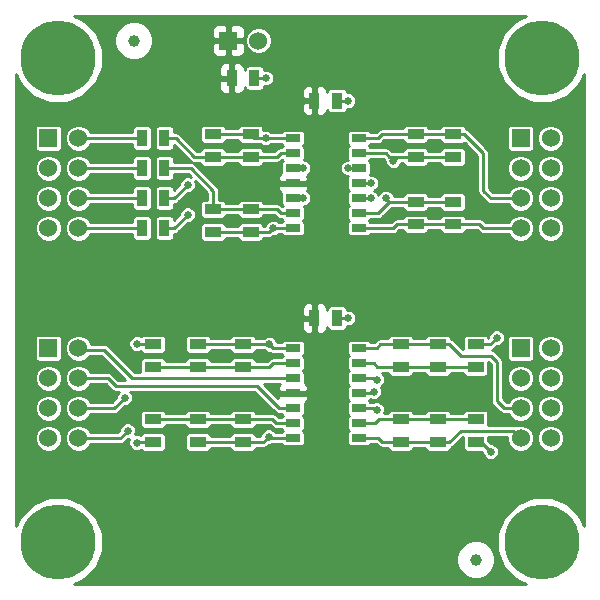
<source format=gtl>
G04 (created by PCBNEW (2013-04-19 BZR 4011)-stable) date 05/01/2015 13:22:11*
%MOIN*%
G04 Gerber Fmt 3.4, Leading zero omitted, Abs format*
%FSLAX34Y34*%
G01*
G70*
G90*
G04 APERTURE LIST*
%ADD10C,0*%
%ADD11C,0.0393701*%
%ADD12R,0.055X0.035*%
%ADD13R,0.035X0.055*%
%ADD14C,0.25*%
%ADD15R,0.06X0.06*%
%ADD16C,0.06*%
%ADD17R,0.05X0.025*%
%ADD18C,0.025*%
%ADD19C,0.01*%
G04 APERTURE END LIST*
G54D10*
G54D11*
X15500Y-18300D03*
G54D12*
X14750Y-4875D03*
X14750Y-4125D03*
G54D13*
X4375Y-7250D03*
X5125Y-7250D03*
G54D12*
X8000Y-6625D03*
X8000Y-7375D03*
G54D13*
X10125Y-10250D03*
X10875Y-10250D03*
X7375Y-2250D03*
X8125Y-2250D03*
G54D12*
X13500Y-6375D03*
X13500Y-7125D03*
X6750Y-4875D03*
X6750Y-4125D03*
G54D13*
X4375Y-4250D03*
X5125Y-4250D03*
G54D14*
X1574Y-1574D03*
X17716Y-1574D03*
X1574Y-17716D03*
X17716Y-17716D03*
G54D13*
X4375Y-5250D03*
X5125Y-5250D03*
X4375Y-6250D03*
X5125Y-6250D03*
G54D12*
X6750Y-6625D03*
X6750Y-7375D03*
X13500Y-4875D03*
X13500Y-4125D03*
G54D15*
X1250Y-4250D03*
G54D16*
X2250Y-4250D03*
X1250Y-5250D03*
X2250Y-5250D03*
X1250Y-6250D03*
X2250Y-6250D03*
X1250Y-7250D03*
X2250Y-7250D03*
G54D15*
X17000Y-4250D03*
G54D16*
X18000Y-4250D03*
X17000Y-5250D03*
X18000Y-5250D03*
X17000Y-6250D03*
X18000Y-6250D03*
X17000Y-7250D03*
X18000Y-7250D03*
G54D15*
X7250Y-1000D03*
G54D16*
X8250Y-1000D03*
G54D17*
X9400Y-4250D03*
X9400Y-4750D03*
X9400Y-5250D03*
X9400Y-5750D03*
X9400Y-6250D03*
X9400Y-6750D03*
X9400Y-7250D03*
X11600Y-7250D03*
X11600Y-6750D03*
X11600Y-6250D03*
X11600Y-5750D03*
X11600Y-5250D03*
X11600Y-4750D03*
X11600Y-4250D03*
G54D12*
X14750Y-6375D03*
X14750Y-7125D03*
G54D13*
X10125Y-3000D03*
X10875Y-3000D03*
G54D12*
X8000Y-4875D03*
X8000Y-4125D03*
G54D17*
X9400Y-11250D03*
X9400Y-11750D03*
X9400Y-12250D03*
X9400Y-12750D03*
X9400Y-13250D03*
X9400Y-13750D03*
X9400Y-14250D03*
X11600Y-14250D03*
X11600Y-13750D03*
X11600Y-13250D03*
X11600Y-12750D03*
X11600Y-12250D03*
X11600Y-11750D03*
X11600Y-11250D03*
G54D12*
X6250Y-11875D03*
X6250Y-11125D03*
X7750Y-11875D03*
X7750Y-11125D03*
X4750Y-11125D03*
X4750Y-11875D03*
X6250Y-13625D03*
X6250Y-14375D03*
X7750Y-13625D03*
X7750Y-14375D03*
X4750Y-14375D03*
X4750Y-13625D03*
X14250Y-13625D03*
X14250Y-14375D03*
X13000Y-13625D03*
X13000Y-14375D03*
X15500Y-14375D03*
X15500Y-13625D03*
X14250Y-11875D03*
X14250Y-11125D03*
X13000Y-11875D03*
X13000Y-11125D03*
X15500Y-11125D03*
X15500Y-11875D03*
G54D15*
X1250Y-11250D03*
G54D16*
X2250Y-11250D03*
X1250Y-12250D03*
X2250Y-12250D03*
X1250Y-13250D03*
X2250Y-13250D03*
X1250Y-14250D03*
X2250Y-14250D03*
G54D15*
X17000Y-11250D03*
G54D16*
X18000Y-11250D03*
X17000Y-12250D03*
X18000Y-12250D03*
X17000Y-13250D03*
X18000Y-13250D03*
X17000Y-14250D03*
X18000Y-14250D03*
G54D11*
X4100Y-1000D03*
G54D18*
X16200Y-10900D03*
X4200Y-14400D03*
X4200Y-11100D03*
X12100Y-12700D03*
X16000Y-14700D03*
X8500Y-2250D03*
X11250Y-3000D03*
X11250Y-10250D03*
X12000Y-6250D03*
X11250Y-5250D03*
X9750Y-5250D03*
X9750Y-6250D03*
X12000Y-5750D03*
X12200Y-13300D03*
X3900Y-14000D03*
X3800Y-12900D03*
X12200Y-12300D03*
X8500Y-4250D03*
X8625Y-11125D03*
X8750Y-7250D03*
X5900Y-6800D03*
X12500Y-6250D03*
X5900Y-5800D03*
X12750Y-5000D03*
X8600Y-14200D03*
G54D19*
X15500Y-11125D02*
X15975Y-11125D01*
X15975Y-11125D02*
X16200Y-10900D01*
X4750Y-14375D02*
X4225Y-14375D01*
X4225Y-14375D02*
X4200Y-14400D01*
X4750Y-11125D02*
X4225Y-11125D01*
X4225Y-11125D02*
X4200Y-11100D01*
X11600Y-12750D02*
X12050Y-12750D01*
X12050Y-12750D02*
X12100Y-12700D01*
X15500Y-14375D02*
X15675Y-14375D01*
X15675Y-14375D02*
X16000Y-14700D01*
X8125Y-2250D02*
X8500Y-2250D01*
X10875Y-3000D02*
X11250Y-3000D01*
X10875Y-10250D02*
X11250Y-10250D01*
X11600Y-6250D02*
X12000Y-6250D01*
X11600Y-5250D02*
X11250Y-5250D01*
X9400Y-5250D02*
X9750Y-5250D01*
X9400Y-6250D02*
X9750Y-6250D01*
X11600Y-5750D02*
X12000Y-5750D01*
X2250Y-14250D02*
X3650Y-14250D01*
X12150Y-13250D02*
X11600Y-13250D01*
X12200Y-13300D02*
X12150Y-13250D01*
X3650Y-14250D02*
X3900Y-14000D01*
X2250Y-13250D02*
X3450Y-13250D01*
X3450Y-13250D02*
X3800Y-12900D01*
X12150Y-12250D02*
X11600Y-12250D01*
X12200Y-12300D02*
X12150Y-12250D01*
X9400Y-12250D02*
X4050Y-12250D01*
X2300Y-11300D02*
X2250Y-11250D01*
X3100Y-11300D02*
X2300Y-11300D01*
X3400Y-11600D02*
X3100Y-11300D01*
X4050Y-12250D02*
X3400Y-11600D01*
X13000Y-11125D02*
X14250Y-11125D01*
X11600Y-11250D02*
X12200Y-11250D01*
X12325Y-11125D02*
X13000Y-11125D01*
X12200Y-11250D02*
X12325Y-11125D01*
X14250Y-11125D02*
X14625Y-11125D01*
X14625Y-11125D02*
X15000Y-11500D01*
X15000Y-11500D02*
X16000Y-11500D01*
X16000Y-11500D02*
X16200Y-11700D01*
X16200Y-11700D02*
X16200Y-13000D01*
X16200Y-13000D02*
X16450Y-13250D01*
X16450Y-13250D02*
X17000Y-13250D01*
X13000Y-11875D02*
X14250Y-11875D01*
X11600Y-11750D02*
X12100Y-11750D01*
X12225Y-11875D02*
X13000Y-11875D01*
X12100Y-11750D02*
X12225Y-11875D01*
X14250Y-11875D02*
X15500Y-11875D01*
X2250Y-4250D02*
X4375Y-4250D01*
X6750Y-4125D02*
X8000Y-4125D01*
X8000Y-4125D02*
X8125Y-4250D01*
X8125Y-4250D02*
X8500Y-4250D01*
X8500Y-4250D02*
X9400Y-4250D01*
X7750Y-11125D02*
X8625Y-11125D01*
X7750Y-11125D02*
X6250Y-11125D01*
X9400Y-11250D02*
X8750Y-11250D01*
X8750Y-11250D02*
X8625Y-11125D01*
X2250Y-5250D02*
X4375Y-5250D01*
X13500Y-4125D02*
X14750Y-4125D01*
X11600Y-4250D02*
X12250Y-4250D01*
X12375Y-4125D02*
X13500Y-4125D01*
X12250Y-4250D02*
X12375Y-4125D01*
X14750Y-4125D02*
X15125Y-4125D01*
X15125Y-4125D02*
X15750Y-4750D01*
X15750Y-4750D02*
X15750Y-6000D01*
X15750Y-6000D02*
X16000Y-6250D01*
X16000Y-6250D02*
X17000Y-6250D01*
X2250Y-6250D02*
X4375Y-6250D01*
X2250Y-7250D02*
X4375Y-7250D01*
X8000Y-7375D02*
X8625Y-7375D01*
X8625Y-7375D02*
X8750Y-7250D01*
X6750Y-7375D02*
X8000Y-7375D01*
X8750Y-7250D02*
X9400Y-7250D01*
X9400Y-6750D02*
X9000Y-6750D01*
X8875Y-6625D02*
X8000Y-6625D01*
X9000Y-6750D02*
X8875Y-6625D01*
X6750Y-6625D02*
X8000Y-6625D01*
X5125Y-5250D02*
X6000Y-5250D01*
X6750Y-6000D02*
X6750Y-6625D01*
X6000Y-5250D02*
X6750Y-6000D01*
X5125Y-7250D02*
X5450Y-7250D01*
X5450Y-7250D02*
X5900Y-6800D01*
X12500Y-6250D02*
X12625Y-6375D01*
X12625Y-6375D02*
X13500Y-6375D01*
X11600Y-6750D02*
X12250Y-6750D01*
X12625Y-6375D02*
X14750Y-6375D01*
X12250Y-6750D02*
X12625Y-6375D01*
X9400Y-4750D02*
X9000Y-4750D01*
X8875Y-4875D02*
X8000Y-4875D01*
X9000Y-4750D02*
X8875Y-4875D01*
X6750Y-4875D02*
X8000Y-4875D01*
X5125Y-4250D02*
X5500Y-4250D01*
X6125Y-4875D02*
X6750Y-4875D01*
X5500Y-4250D02*
X6125Y-4875D01*
X6250Y-11875D02*
X4750Y-11875D01*
X7750Y-11875D02*
X6250Y-11875D01*
X9400Y-11750D02*
X8750Y-11750D01*
X8625Y-11875D02*
X7750Y-11875D01*
X8750Y-11750D02*
X8625Y-11875D01*
X5125Y-6250D02*
X5450Y-6250D01*
X5450Y-6250D02*
X5900Y-5800D01*
X12875Y-4875D02*
X13500Y-4875D01*
X12750Y-5000D02*
X12875Y-4875D01*
X13500Y-4875D02*
X12625Y-4875D01*
X12500Y-4750D02*
X11600Y-4750D01*
X12625Y-4875D02*
X12500Y-4750D01*
X14750Y-4875D02*
X13500Y-4875D01*
X11600Y-7250D02*
X12750Y-7250D01*
X12875Y-7125D02*
X13500Y-7125D01*
X12750Y-7250D02*
X12875Y-7125D01*
X17000Y-7250D02*
X15750Y-7250D01*
X15625Y-7125D02*
X14750Y-7125D01*
X15750Y-7250D02*
X15625Y-7125D01*
X13500Y-7125D02*
X14750Y-7125D01*
X11600Y-13750D02*
X12150Y-13750D01*
X12150Y-13750D02*
X12275Y-13625D01*
X12275Y-13625D02*
X13000Y-13625D01*
X12275Y-13625D02*
X14250Y-13625D01*
X12150Y-13750D02*
X12275Y-13625D01*
X14250Y-13625D02*
X15500Y-13625D01*
X13000Y-14375D02*
X14250Y-14375D01*
X14250Y-14375D02*
X14625Y-14375D01*
X16750Y-14000D02*
X17000Y-14250D01*
X15000Y-14000D02*
X16750Y-14000D01*
X14625Y-14375D02*
X15000Y-14000D01*
X11600Y-14250D02*
X12250Y-14250D01*
X12375Y-14375D02*
X14250Y-14375D01*
X12250Y-14250D02*
X12375Y-14375D01*
X9400Y-14250D02*
X8650Y-14250D01*
X8650Y-14250D02*
X8600Y-14200D01*
X7750Y-14375D02*
X8425Y-14375D01*
X8425Y-14375D02*
X8600Y-14200D01*
X6250Y-14375D02*
X7750Y-14375D01*
X4750Y-13625D02*
X6250Y-13625D01*
X7750Y-13625D02*
X6250Y-13625D01*
X9400Y-13750D02*
X8850Y-13750D01*
X8725Y-13625D02*
X7750Y-13625D01*
X8850Y-13750D02*
X8725Y-13625D01*
X9400Y-13250D02*
X8950Y-13250D01*
X3250Y-12250D02*
X2250Y-12250D01*
X3500Y-12500D02*
X3250Y-12250D01*
X8200Y-12500D02*
X3500Y-12500D01*
X8950Y-13250D02*
X8200Y-12500D01*
G54D10*
G36*
X19121Y-17189D02*
X18988Y-16867D01*
X18567Y-16445D01*
X18450Y-16396D01*
X18450Y-14160D01*
X18450Y-13160D01*
X18450Y-12160D01*
X18450Y-11160D01*
X18450Y-7160D01*
X18450Y-6160D01*
X18450Y-5160D01*
X18450Y-4160D01*
X18381Y-3995D01*
X18255Y-3868D01*
X18089Y-3800D01*
X17910Y-3799D01*
X17745Y-3868D01*
X17618Y-3994D01*
X17550Y-4160D01*
X17549Y-4339D01*
X17618Y-4504D01*
X17744Y-4631D01*
X17910Y-4699D01*
X18089Y-4700D01*
X18254Y-4631D01*
X18381Y-4505D01*
X18449Y-4339D01*
X18450Y-4160D01*
X18450Y-5160D01*
X18381Y-4995D01*
X18255Y-4868D01*
X18089Y-4800D01*
X17910Y-4799D01*
X17745Y-4868D01*
X17618Y-4994D01*
X17550Y-5160D01*
X17549Y-5339D01*
X17618Y-5504D01*
X17744Y-5631D01*
X17910Y-5699D01*
X18089Y-5700D01*
X18254Y-5631D01*
X18381Y-5505D01*
X18449Y-5339D01*
X18450Y-5160D01*
X18450Y-6160D01*
X18381Y-5995D01*
X18255Y-5868D01*
X18089Y-5800D01*
X17910Y-5799D01*
X17745Y-5868D01*
X17618Y-5994D01*
X17550Y-6160D01*
X17549Y-6339D01*
X17618Y-6504D01*
X17744Y-6631D01*
X17910Y-6699D01*
X18089Y-6700D01*
X18254Y-6631D01*
X18381Y-6505D01*
X18449Y-6339D01*
X18450Y-6160D01*
X18450Y-7160D01*
X18381Y-6995D01*
X18255Y-6868D01*
X18089Y-6800D01*
X17910Y-6799D01*
X17745Y-6868D01*
X17618Y-6994D01*
X17550Y-7160D01*
X17549Y-7339D01*
X17618Y-7504D01*
X17744Y-7631D01*
X17910Y-7699D01*
X18089Y-7700D01*
X18254Y-7631D01*
X18381Y-7505D01*
X18449Y-7339D01*
X18450Y-7160D01*
X18450Y-11160D01*
X18381Y-10995D01*
X18255Y-10868D01*
X18089Y-10800D01*
X17910Y-10799D01*
X17745Y-10868D01*
X17618Y-10994D01*
X17550Y-11160D01*
X17549Y-11339D01*
X17618Y-11504D01*
X17744Y-11631D01*
X17910Y-11699D01*
X18089Y-11700D01*
X18254Y-11631D01*
X18381Y-11505D01*
X18449Y-11339D01*
X18450Y-11160D01*
X18450Y-12160D01*
X18381Y-11995D01*
X18255Y-11868D01*
X18089Y-11800D01*
X17910Y-11799D01*
X17745Y-11868D01*
X17618Y-11994D01*
X17550Y-12160D01*
X17549Y-12339D01*
X17618Y-12504D01*
X17744Y-12631D01*
X17910Y-12699D01*
X18089Y-12700D01*
X18254Y-12631D01*
X18381Y-12505D01*
X18449Y-12339D01*
X18450Y-12160D01*
X18450Y-13160D01*
X18381Y-12995D01*
X18255Y-12868D01*
X18089Y-12800D01*
X17910Y-12799D01*
X17745Y-12868D01*
X17618Y-12994D01*
X17550Y-13160D01*
X17549Y-13339D01*
X17618Y-13504D01*
X17744Y-13631D01*
X17910Y-13699D01*
X18089Y-13700D01*
X18254Y-13631D01*
X18381Y-13505D01*
X18449Y-13339D01*
X18450Y-13160D01*
X18450Y-14160D01*
X18381Y-13995D01*
X18255Y-13868D01*
X18089Y-13800D01*
X17910Y-13799D01*
X17745Y-13868D01*
X17618Y-13994D01*
X17550Y-14160D01*
X17549Y-14339D01*
X17618Y-14504D01*
X17744Y-14631D01*
X17910Y-14699D01*
X18089Y-14700D01*
X18254Y-14631D01*
X18381Y-14505D01*
X18449Y-14339D01*
X18450Y-14160D01*
X18450Y-16396D01*
X18016Y-16216D01*
X17450Y-16216D01*
X17450Y-14160D01*
X17381Y-13995D01*
X17255Y-13868D01*
X17089Y-13800D01*
X16910Y-13799D01*
X16844Y-13827D01*
X16826Y-13815D01*
X16750Y-13800D01*
X15925Y-13800D01*
X15925Y-13770D01*
X15925Y-13420D01*
X15902Y-13365D01*
X15860Y-13322D01*
X15804Y-13300D01*
X15745Y-13299D01*
X15195Y-13299D01*
X15140Y-13322D01*
X15097Y-13364D01*
X15075Y-13420D01*
X15075Y-13425D01*
X14675Y-13425D01*
X14675Y-13420D01*
X14652Y-13365D01*
X14610Y-13322D01*
X14554Y-13300D01*
X14495Y-13299D01*
X13945Y-13299D01*
X13890Y-13322D01*
X13847Y-13364D01*
X13825Y-13420D01*
X13825Y-13425D01*
X13425Y-13425D01*
X13425Y-13420D01*
X13402Y-13365D01*
X13360Y-13322D01*
X13304Y-13300D01*
X13245Y-13299D01*
X12695Y-13299D01*
X12640Y-13322D01*
X12597Y-13364D01*
X12575Y-13420D01*
X12575Y-13425D01*
X12445Y-13425D01*
X12474Y-13354D01*
X12475Y-13245D01*
X12433Y-13144D01*
X12355Y-13067D01*
X12254Y-13025D01*
X12145Y-13024D01*
X12084Y-13050D01*
X11981Y-13050D01*
X11977Y-13040D01*
X11937Y-12999D01*
X11977Y-12960D01*
X11981Y-12950D01*
X11984Y-12950D01*
X12045Y-12974D01*
X12154Y-12975D01*
X12255Y-12933D01*
X12332Y-12855D01*
X12374Y-12754D01*
X12375Y-12645D01*
X12333Y-12544D01*
X12331Y-12543D01*
X12355Y-12533D01*
X12432Y-12455D01*
X12474Y-12354D01*
X12475Y-12245D01*
X12433Y-12144D01*
X12363Y-12075D01*
X12574Y-12075D01*
X12574Y-12079D01*
X12597Y-12134D01*
X12639Y-12177D01*
X12695Y-12199D01*
X12754Y-12200D01*
X13304Y-12200D01*
X13359Y-12177D01*
X13402Y-12135D01*
X13424Y-12079D01*
X13424Y-12075D01*
X13824Y-12075D01*
X13824Y-12079D01*
X13847Y-12134D01*
X13889Y-12177D01*
X13945Y-12199D01*
X14004Y-12200D01*
X14554Y-12200D01*
X14609Y-12177D01*
X14652Y-12135D01*
X14674Y-12079D01*
X14674Y-12075D01*
X15074Y-12075D01*
X15074Y-12079D01*
X15097Y-12134D01*
X15139Y-12177D01*
X15195Y-12199D01*
X15254Y-12200D01*
X15804Y-12200D01*
X15859Y-12177D01*
X15902Y-12135D01*
X15924Y-12079D01*
X15925Y-12020D01*
X15925Y-11707D01*
X16000Y-11782D01*
X16000Y-13000D01*
X16015Y-13076D01*
X16058Y-13141D01*
X16308Y-13391D01*
X16308Y-13391D01*
X16351Y-13420D01*
X16373Y-13434D01*
X16373Y-13434D01*
X16450Y-13450D01*
X16595Y-13450D01*
X16618Y-13504D01*
X16744Y-13631D01*
X16910Y-13699D01*
X17089Y-13700D01*
X17254Y-13631D01*
X17381Y-13505D01*
X17449Y-13339D01*
X17450Y-13160D01*
X17450Y-12160D01*
X17450Y-7160D01*
X17381Y-6995D01*
X17255Y-6868D01*
X17089Y-6800D01*
X16910Y-6799D01*
X16745Y-6868D01*
X16618Y-6994D01*
X16595Y-7050D01*
X15832Y-7050D01*
X15766Y-6983D01*
X15701Y-6940D01*
X15625Y-6925D01*
X15175Y-6925D01*
X15175Y-6920D01*
X15152Y-6865D01*
X15110Y-6822D01*
X15054Y-6800D01*
X14995Y-6799D01*
X14445Y-6799D01*
X14390Y-6822D01*
X14347Y-6864D01*
X14325Y-6920D01*
X14325Y-6925D01*
X13925Y-6925D01*
X13925Y-6920D01*
X13902Y-6865D01*
X13860Y-6822D01*
X13804Y-6800D01*
X13745Y-6799D01*
X13195Y-6799D01*
X13140Y-6822D01*
X13097Y-6864D01*
X13075Y-6920D01*
X13075Y-6925D01*
X12875Y-6925D01*
X12798Y-6940D01*
X12776Y-6954D01*
X12733Y-6983D01*
X12667Y-7050D01*
X11981Y-7050D01*
X11977Y-7040D01*
X11937Y-6999D01*
X11977Y-6960D01*
X11981Y-6950D01*
X12250Y-6950D01*
X12326Y-6934D01*
X12391Y-6891D01*
X12707Y-6575D01*
X13074Y-6575D01*
X13074Y-6579D01*
X13097Y-6634D01*
X13139Y-6677D01*
X13195Y-6699D01*
X13254Y-6700D01*
X13804Y-6700D01*
X13859Y-6677D01*
X13902Y-6635D01*
X13924Y-6579D01*
X13924Y-6575D01*
X14324Y-6575D01*
X14324Y-6579D01*
X14347Y-6634D01*
X14389Y-6677D01*
X14445Y-6699D01*
X14504Y-6700D01*
X15054Y-6700D01*
X15109Y-6677D01*
X15152Y-6635D01*
X15174Y-6579D01*
X15175Y-6520D01*
X15175Y-6170D01*
X15152Y-6115D01*
X15110Y-6072D01*
X15054Y-6050D01*
X14995Y-6049D01*
X14445Y-6049D01*
X14390Y-6072D01*
X14347Y-6114D01*
X14325Y-6170D01*
X14325Y-6175D01*
X13925Y-6175D01*
X13925Y-6170D01*
X13902Y-6115D01*
X13860Y-6072D01*
X13804Y-6050D01*
X13745Y-6049D01*
X13195Y-6049D01*
X13140Y-6072D01*
X13097Y-6114D01*
X13075Y-6170D01*
X13075Y-6175D01*
X12766Y-6175D01*
X12733Y-6094D01*
X12655Y-6017D01*
X12554Y-5975D01*
X12445Y-5974D01*
X12344Y-6016D01*
X12267Y-6094D01*
X12250Y-6134D01*
X12233Y-6094D01*
X12155Y-6017D01*
X12115Y-6000D01*
X12155Y-5983D01*
X12232Y-5905D01*
X12274Y-5804D01*
X12275Y-5695D01*
X12233Y-5594D01*
X12155Y-5517D01*
X12054Y-5475D01*
X11962Y-5474D01*
X11977Y-5460D01*
X11999Y-5404D01*
X12000Y-5345D01*
X12000Y-5095D01*
X11977Y-5040D01*
X11937Y-4999D01*
X11977Y-4960D01*
X11981Y-4950D01*
X12417Y-4950D01*
X12474Y-5007D01*
X12474Y-5054D01*
X12516Y-5155D01*
X12594Y-5232D01*
X12695Y-5274D01*
X12804Y-5275D01*
X12905Y-5233D01*
X12982Y-5155D01*
X13016Y-5075D01*
X13074Y-5075D01*
X13074Y-5079D01*
X13097Y-5134D01*
X13139Y-5177D01*
X13195Y-5199D01*
X13254Y-5200D01*
X13804Y-5200D01*
X13859Y-5177D01*
X13902Y-5135D01*
X13924Y-5079D01*
X13924Y-5075D01*
X14324Y-5075D01*
X14324Y-5079D01*
X14347Y-5134D01*
X14389Y-5177D01*
X14445Y-5199D01*
X14504Y-5200D01*
X15054Y-5200D01*
X15109Y-5177D01*
X15152Y-5135D01*
X15174Y-5079D01*
X15175Y-5020D01*
X15175Y-4670D01*
X15152Y-4615D01*
X15110Y-4572D01*
X15054Y-4550D01*
X14995Y-4549D01*
X14445Y-4549D01*
X14390Y-4572D01*
X14347Y-4614D01*
X14325Y-4670D01*
X14325Y-4675D01*
X13925Y-4675D01*
X13925Y-4670D01*
X13902Y-4615D01*
X13860Y-4572D01*
X13804Y-4550D01*
X13745Y-4549D01*
X13195Y-4549D01*
X13140Y-4572D01*
X13097Y-4614D01*
X13075Y-4670D01*
X13075Y-4675D01*
X12875Y-4675D01*
X12707Y-4675D01*
X12641Y-4608D01*
X12576Y-4565D01*
X12500Y-4550D01*
X11981Y-4550D01*
X11977Y-4540D01*
X11937Y-4499D01*
X11977Y-4460D01*
X11981Y-4450D01*
X12250Y-4450D01*
X12326Y-4434D01*
X12391Y-4391D01*
X12457Y-4325D01*
X13074Y-4325D01*
X13074Y-4329D01*
X13097Y-4384D01*
X13139Y-4427D01*
X13195Y-4449D01*
X13254Y-4450D01*
X13804Y-4450D01*
X13859Y-4427D01*
X13902Y-4385D01*
X13924Y-4329D01*
X13924Y-4325D01*
X14324Y-4325D01*
X14324Y-4329D01*
X14347Y-4384D01*
X14389Y-4427D01*
X14445Y-4449D01*
X14504Y-4450D01*
X15054Y-4450D01*
X15109Y-4427D01*
X15127Y-4409D01*
X15550Y-4832D01*
X15550Y-6000D01*
X15565Y-6076D01*
X15608Y-6141D01*
X15858Y-6391D01*
X15858Y-6391D01*
X15901Y-6420D01*
X15923Y-6434D01*
X15923Y-6434D01*
X16000Y-6450D01*
X16595Y-6450D01*
X16618Y-6504D01*
X16744Y-6631D01*
X16910Y-6699D01*
X17089Y-6700D01*
X17254Y-6631D01*
X17381Y-6505D01*
X17449Y-6339D01*
X17450Y-6160D01*
X17450Y-5160D01*
X17450Y-5160D01*
X17450Y-4520D01*
X17450Y-3920D01*
X17427Y-3865D01*
X17385Y-3822D01*
X17329Y-3800D01*
X17270Y-3799D01*
X16670Y-3799D01*
X16615Y-3822D01*
X16572Y-3864D01*
X16550Y-3920D01*
X16549Y-3979D01*
X16549Y-4579D01*
X16572Y-4634D01*
X16614Y-4677D01*
X16670Y-4699D01*
X16729Y-4700D01*
X17329Y-4700D01*
X17384Y-4677D01*
X17427Y-4635D01*
X17449Y-4579D01*
X17450Y-4520D01*
X17450Y-5160D01*
X17381Y-4995D01*
X17255Y-4868D01*
X17089Y-4800D01*
X16910Y-4799D01*
X16745Y-4868D01*
X16618Y-4994D01*
X16550Y-5160D01*
X16549Y-5339D01*
X16618Y-5504D01*
X16744Y-5631D01*
X16910Y-5699D01*
X17089Y-5700D01*
X17254Y-5631D01*
X17381Y-5505D01*
X17449Y-5339D01*
X17450Y-5160D01*
X17450Y-6160D01*
X17381Y-5995D01*
X17255Y-5868D01*
X17089Y-5800D01*
X16910Y-5799D01*
X16745Y-5868D01*
X16618Y-5994D01*
X16595Y-6050D01*
X16082Y-6050D01*
X15950Y-5917D01*
X15950Y-4750D01*
X15934Y-4673D01*
X15891Y-4608D01*
X15266Y-3983D01*
X15201Y-3940D01*
X15175Y-3934D01*
X15175Y-3920D01*
X15152Y-3865D01*
X15110Y-3822D01*
X15054Y-3800D01*
X14995Y-3799D01*
X14445Y-3799D01*
X14390Y-3822D01*
X14347Y-3864D01*
X14325Y-3920D01*
X14325Y-3925D01*
X13925Y-3925D01*
X13925Y-3920D01*
X13902Y-3865D01*
X13860Y-3822D01*
X13804Y-3800D01*
X13745Y-3799D01*
X13195Y-3799D01*
X13140Y-3822D01*
X13097Y-3864D01*
X13075Y-3920D01*
X13075Y-3925D01*
X12375Y-3925D01*
X12298Y-3940D01*
X12276Y-3954D01*
X12233Y-3983D01*
X12167Y-4050D01*
X11981Y-4050D01*
X11977Y-4040D01*
X11935Y-3997D01*
X11879Y-3975D01*
X11820Y-3974D01*
X11525Y-3974D01*
X11525Y-2945D01*
X11483Y-2844D01*
X11405Y-2767D01*
X11304Y-2725D01*
X11200Y-2724D01*
X11200Y-2695D01*
X11177Y-2640D01*
X11135Y-2597D01*
X11079Y-2575D01*
X11020Y-2574D01*
X10670Y-2574D01*
X10615Y-2597D01*
X10572Y-2639D01*
X10550Y-2695D01*
X10549Y-2724D01*
X10549Y-2675D01*
X10511Y-2583D01*
X10441Y-2512D01*
X10349Y-2474D01*
X10237Y-2475D01*
X10175Y-2537D01*
X10175Y-2950D01*
X10182Y-2950D01*
X10182Y-3050D01*
X10175Y-3050D01*
X10175Y-3462D01*
X10237Y-3525D01*
X10349Y-3525D01*
X10441Y-3487D01*
X10511Y-3416D01*
X10549Y-3324D01*
X10549Y-3304D01*
X10549Y-3304D01*
X10572Y-3359D01*
X10614Y-3402D01*
X10670Y-3424D01*
X10729Y-3425D01*
X11079Y-3425D01*
X11134Y-3402D01*
X11177Y-3360D01*
X11199Y-3304D01*
X11200Y-3274D01*
X11304Y-3275D01*
X11405Y-3233D01*
X11482Y-3155D01*
X11524Y-3054D01*
X11525Y-2945D01*
X11525Y-3974D01*
X11320Y-3974D01*
X11265Y-3997D01*
X11222Y-4039D01*
X11200Y-4095D01*
X11199Y-4154D01*
X11199Y-4404D01*
X11222Y-4459D01*
X11262Y-4500D01*
X11222Y-4539D01*
X11200Y-4595D01*
X11199Y-4654D01*
X11199Y-4904D01*
X11222Y-4959D01*
X11237Y-4974D01*
X11195Y-4974D01*
X11094Y-5016D01*
X11017Y-5094D01*
X10975Y-5195D01*
X10974Y-5304D01*
X11016Y-5405D01*
X11094Y-5482D01*
X11195Y-5524D01*
X11237Y-5524D01*
X11222Y-5539D01*
X11200Y-5595D01*
X11199Y-5654D01*
X11199Y-5904D01*
X11222Y-5959D01*
X11262Y-6000D01*
X11222Y-6039D01*
X11200Y-6095D01*
X11199Y-6154D01*
X11199Y-6404D01*
X11222Y-6459D01*
X11262Y-6500D01*
X11222Y-6539D01*
X11200Y-6595D01*
X11199Y-6654D01*
X11199Y-6904D01*
X11222Y-6959D01*
X11262Y-7000D01*
X11222Y-7039D01*
X11200Y-7095D01*
X11199Y-7154D01*
X11199Y-7404D01*
X11222Y-7459D01*
X11264Y-7502D01*
X11320Y-7524D01*
X11379Y-7525D01*
X11879Y-7525D01*
X11934Y-7502D01*
X11977Y-7460D01*
X11981Y-7450D01*
X12750Y-7450D01*
X12826Y-7434D01*
X12891Y-7391D01*
X12957Y-7325D01*
X13074Y-7325D01*
X13074Y-7329D01*
X13097Y-7384D01*
X13139Y-7427D01*
X13195Y-7449D01*
X13254Y-7450D01*
X13804Y-7450D01*
X13859Y-7427D01*
X13902Y-7385D01*
X13924Y-7329D01*
X13924Y-7325D01*
X14324Y-7325D01*
X14324Y-7329D01*
X14347Y-7384D01*
X14389Y-7427D01*
X14445Y-7449D01*
X14504Y-7450D01*
X15054Y-7450D01*
X15109Y-7427D01*
X15152Y-7385D01*
X15174Y-7329D01*
X15174Y-7325D01*
X15542Y-7325D01*
X15608Y-7391D01*
X15608Y-7391D01*
X15651Y-7420D01*
X15673Y-7434D01*
X15673Y-7434D01*
X15749Y-7449D01*
X15750Y-7450D01*
X16595Y-7450D01*
X16618Y-7504D01*
X16744Y-7631D01*
X16910Y-7699D01*
X17089Y-7700D01*
X17254Y-7631D01*
X17381Y-7505D01*
X17449Y-7339D01*
X17450Y-7160D01*
X17450Y-12160D01*
X17450Y-12160D01*
X17450Y-11520D01*
X17450Y-10920D01*
X17427Y-10865D01*
X17385Y-10822D01*
X17329Y-10800D01*
X17270Y-10799D01*
X16670Y-10799D01*
X16615Y-10822D01*
X16572Y-10864D01*
X16550Y-10920D01*
X16549Y-10979D01*
X16549Y-11579D01*
X16572Y-11634D01*
X16614Y-11677D01*
X16670Y-11699D01*
X16729Y-11700D01*
X17329Y-11700D01*
X17384Y-11677D01*
X17427Y-11635D01*
X17449Y-11579D01*
X17450Y-11520D01*
X17450Y-12160D01*
X17381Y-11995D01*
X17255Y-11868D01*
X17089Y-11800D01*
X16910Y-11799D01*
X16745Y-11868D01*
X16618Y-11994D01*
X16550Y-12160D01*
X16549Y-12339D01*
X16618Y-12504D01*
X16744Y-12631D01*
X16910Y-12699D01*
X17089Y-12700D01*
X17254Y-12631D01*
X17381Y-12505D01*
X17449Y-12339D01*
X17450Y-12160D01*
X17450Y-13160D01*
X17381Y-12995D01*
X17255Y-12868D01*
X17089Y-12800D01*
X16910Y-12799D01*
X16745Y-12868D01*
X16618Y-12994D01*
X16595Y-13050D01*
X16532Y-13050D01*
X16400Y-12917D01*
X16400Y-11700D01*
X16384Y-11623D01*
X16384Y-11623D01*
X16370Y-11601D01*
X16341Y-11558D01*
X16341Y-11558D01*
X16141Y-11358D01*
X16076Y-11315D01*
X16050Y-11310D01*
X16051Y-11309D01*
X16116Y-11266D01*
X16207Y-11175D01*
X16254Y-11175D01*
X16355Y-11133D01*
X16432Y-11055D01*
X16474Y-10954D01*
X16475Y-10845D01*
X16433Y-10744D01*
X16355Y-10667D01*
X16254Y-10625D01*
X16145Y-10624D01*
X16044Y-10666D01*
X15967Y-10744D01*
X15925Y-10845D01*
X15925Y-10892D01*
X15916Y-10900D01*
X15902Y-10865D01*
X15860Y-10822D01*
X15804Y-10800D01*
X15745Y-10799D01*
X15195Y-10799D01*
X15140Y-10822D01*
X15097Y-10864D01*
X15075Y-10920D01*
X15074Y-10979D01*
X15074Y-11292D01*
X14766Y-10983D01*
X14701Y-10940D01*
X14675Y-10934D01*
X14675Y-10920D01*
X14652Y-10865D01*
X14610Y-10822D01*
X14554Y-10800D01*
X14495Y-10799D01*
X13945Y-10799D01*
X13890Y-10822D01*
X13847Y-10864D01*
X13825Y-10920D01*
X13825Y-10925D01*
X13425Y-10925D01*
X13425Y-10920D01*
X13402Y-10865D01*
X13360Y-10822D01*
X13304Y-10800D01*
X13245Y-10799D01*
X12695Y-10799D01*
X12640Y-10822D01*
X12597Y-10864D01*
X12575Y-10920D01*
X12575Y-10925D01*
X12325Y-10925D01*
X12248Y-10940D01*
X12226Y-10954D01*
X12183Y-10983D01*
X12117Y-11050D01*
X11981Y-11050D01*
X11977Y-11040D01*
X11935Y-10997D01*
X11879Y-10975D01*
X11820Y-10974D01*
X11525Y-10974D01*
X11525Y-10195D01*
X11483Y-10094D01*
X11405Y-10017D01*
X11304Y-9975D01*
X11200Y-9974D01*
X11200Y-9945D01*
X11177Y-9890D01*
X11135Y-9847D01*
X11079Y-9825D01*
X11020Y-9824D01*
X10670Y-9824D01*
X10615Y-9847D01*
X10572Y-9889D01*
X10550Y-9945D01*
X10549Y-9974D01*
X10549Y-9925D01*
X10511Y-9833D01*
X10441Y-9762D01*
X10349Y-9724D01*
X10237Y-9725D01*
X10175Y-9787D01*
X10175Y-10200D01*
X10182Y-10200D01*
X10182Y-10300D01*
X10175Y-10300D01*
X10175Y-10712D01*
X10237Y-10775D01*
X10349Y-10775D01*
X10441Y-10737D01*
X10511Y-10666D01*
X10549Y-10574D01*
X10549Y-10554D01*
X10549Y-10554D01*
X10572Y-10609D01*
X10614Y-10652D01*
X10670Y-10674D01*
X10729Y-10675D01*
X11079Y-10675D01*
X11134Y-10652D01*
X11177Y-10610D01*
X11199Y-10554D01*
X11200Y-10524D01*
X11304Y-10525D01*
X11405Y-10483D01*
X11482Y-10405D01*
X11524Y-10304D01*
X11525Y-10195D01*
X11525Y-10974D01*
X11320Y-10974D01*
X11265Y-10997D01*
X11222Y-11039D01*
X11200Y-11095D01*
X11199Y-11154D01*
X11199Y-11404D01*
X11222Y-11459D01*
X11262Y-11500D01*
X11222Y-11539D01*
X11200Y-11595D01*
X11199Y-11654D01*
X11199Y-11904D01*
X11222Y-11959D01*
X11262Y-12000D01*
X11222Y-12039D01*
X11200Y-12095D01*
X11199Y-12154D01*
X11199Y-12404D01*
X11222Y-12459D01*
X11262Y-12500D01*
X11222Y-12539D01*
X11200Y-12595D01*
X11199Y-12654D01*
X11199Y-12904D01*
X11222Y-12959D01*
X11262Y-13000D01*
X11222Y-13039D01*
X11200Y-13095D01*
X11199Y-13154D01*
X11199Y-13404D01*
X11222Y-13459D01*
X11262Y-13500D01*
X11222Y-13539D01*
X11200Y-13595D01*
X11199Y-13654D01*
X11199Y-13904D01*
X11222Y-13959D01*
X11262Y-14000D01*
X11222Y-14039D01*
X11200Y-14095D01*
X11199Y-14154D01*
X11199Y-14404D01*
X11222Y-14459D01*
X11264Y-14502D01*
X11320Y-14524D01*
X11379Y-14525D01*
X11879Y-14525D01*
X11934Y-14502D01*
X11977Y-14460D01*
X11981Y-14450D01*
X12167Y-14450D01*
X12233Y-14516D01*
X12233Y-14516D01*
X12276Y-14545D01*
X12298Y-14559D01*
X12298Y-14559D01*
X12374Y-14574D01*
X12375Y-14575D01*
X12574Y-14575D01*
X12574Y-14579D01*
X12597Y-14634D01*
X12639Y-14677D01*
X12695Y-14699D01*
X12754Y-14700D01*
X13304Y-14700D01*
X13359Y-14677D01*
X13402Y-14635D01*
X13424Y-14579D01*
X13424Y-14575D01*
X13824Y-14575D01*
X13824Y-14579D01*
X13847Y-14634D01*
X13889Y-14677D01*
X13945Y-14699D01*
X14004Y-14700D01*
X14554Y-14700D01*
X14609Y-14677D01*
X14652Y-14635D01*
X14674Y-14579D01*
X14674Y-14565D01*
X14701Y-14559D01*
X14766Y-14516D01*
X15074Y-14207D01*
X15074Y-14229D01*
X15074Y-14579D01*
X15097Y-14634D01*
X15139Y-14677D01*
X15195Y-14699D01*
X15254Y-14700D01*
X15717Y-14700D01*
X15724Y-14707D01*
X15724Y-14754D01*
X15766Y-14855D01*
X15844Y-14932D01*
X15945Y-14974D01*
X16054Y-14975D01*
X16155Y-14933D01*
X16232Y-14855D01*
X16274Y-14754D01*
X16275Y-14645D01*
X16233Y-14544D01*
X16155Y-14467D01*
X16054Y-14425D01*
X16007Y-14425D01*
X15925Y-14342D01*
X15925Y-14200D01*
X16550Y-14200D01*
X16549Y-14339D01*
X16618Y-14504D01*
X16744Y-14631D01*
X16910Y-14699D01*
X17089Y-14700D01*
X17254Y-14631D01*
X17381Y-14505D01*
X17449Y-14339D01*
X17450Y-14160D01*
X17450Y-16216D01*
X17419Y-16216D01*
X16867Y-16444D01*
X16445Y-16865D01*
X16216Y-17416D01*
X16216Y-18013D01*
X16444Y-18565D01*
X16865Y-18987D01*
X17188Y-19121D01*
X16140Y-19121D01*
X16140Y-18173D01*
X16043Y-17937D01*
X15863Y-17757D01*
X15627Y-17659D01*
X15373Y-17659D01*
X15137Y-17756D01*
X14957Y-17936D01*
X14859Y-18172D01*
X14859Y-18426D01*
X14956Y-18662D01*
X15136Y-18842D01*
X15372Y-18940D01*
X15626Y-18940D01*
X15862Y-18843D01*
X16042Y-18663D01*
X16140Y-18427D01*
X16140Y-18173D01*
X16140Y-19121D01*
X10075Y-19121D01*
X10075Y-10712D01*
X10075Y-10300D01*
X10075Y-10200D01*
X10075Y-9787D01*
X10075Y-3462D01*
X10075Y-3050D01*
X10075Y-2950D01*
X10075Y-2537D01*
X10012Y-2475D01*
X9900Y-2474D01*
X9808Y-2512D01*
X9738Y-2583D01*
X9700Y-2675D01*
X9699Y-2774D01*
X9700Y-2887D01*
X9762Y-2950D01*
X10075Y-2950D01*
X10075Y-3050D01*
X9762Y-3050D01*
X9700Y-3112D01*
X9699Y-3225D01*
X9700Y-3324D01*
X9738Y-3416D01*
X9808Y-3487D01*
X9900Y-3525D01*
X10012Y-3525D01*
X10075Y-3462D01*
X10075Y-9787D01*
X10025Y-9737D01*
X10025Y-6195D01*
X9983Y-6094D01*
X9905Y-6017D01*
X9868Y-6001D01*
X9900Y-5924D01*
X9900Y-5862D01*
X9837Y-5800D01*
X9450Y-5800D01*
X9450Y-5807D01*
X9350Y-5807D01*
X9350Y-5800D01*
X8962Y-5800D01*
X8900Y-5862D01*
X8899Y-5924D01*
X8937Y-6016D01*
X9004Y-6083D01*
X9000Y-6095D01*
X8999Y-6154D01*
X8999Y-6404D01*
X9022Y-6459D01*
X9062Y-6500D01*
X9047Y-6515D01*
X9016Y-6483D01*
X8951Y-6440D01*
X8875Y-6425D01*
X8425Y-6425D01*
X8425Y-6420D01*
X8402Y-6365D01*
X8360Y-6322D01*
X8304Y-6300D01*
X8245Y-6299D01*
X7695Y-6299D01*
X7640Y-6322D01*
X7597Y-6364D01*
X7575Y-6420D01*
X7575Y-6425D01*
X7175Y-6425D01*
X7175Y-6420D01*
X7152Y-6365D01*
X7110Y-6322D01*
X7054Y-6300D01*
X6995Y-6299D01*
X6950Y-6299D01*
X6950Y-6000D01*
X6949Y-5999D01*
X6934Y-5923D01*
X6934Y-5923D01*
X6920Y-5901D01*
X6891Y-5858D01*
X6891Y-5858D01*
X6141Y-5108D01*
X6076Y-5065D01*
X6125Y-5075D01*
X6324Y-5075D01*
X6324Y-5079D01*
X6347Y-5134D01*
X6389Y-5177D01*
X6445Y-5199D01*
X6504Y-5200D01*
X7054Y-5200D01*
X7109Y-5177D01*
X7152Y-5135D01*
X7174Y-5079D01*
X7174Y-5075D01*
X7574Y-5075D01*
X7574Y-5079D01*
X7597Y-5134D01*
X7639Y-5177D01*
X7695Y-5199D01*
X7754Y-5200D01*
X8304Y-5200D01*
X8359Y-5177D01*
X8402Y-5135D01*
X8424Y-5079D01*
X8424Y-5075D01*
X8875Y-5075D01*
X8951Y-5059D01*
X9016Y-5016D01*
X9047Y-4984D01*
X9062Y-5000D01*
X9022Y-5039D01*
X9000Y-5095D01*
X8999Y-5154D01*
X8999Y-5404D01*
X9004Y-5416D01*
X8937Y-5483D01*
X8899Y-5575D01*
X8900Y-5637D01*
X8962Y-5700D01*
X9350Y-5700D01*
X9350Y-5692D01*
X9450Y-5692D01*
X9450Y-5700D01*
X9837Y-5700D01*
X9900Y-5637D01*
X9900Y-5575D01*
X9868Y-5498D01*
X9905Y-5483D01*
X9982Y-5405D01*
X10024Y-5304D01*
X10025Y-5195D01*
X9983Y-5094D01*
X9905Y-5017D01*
X9804Y-4975D01*
X9762Y-4975D01*
X9777Y-4960D01*
X9799Y-4904D01*
X9800Y-4845D01*
X9800Y-4595D01*
X9777Y-4540D01*
X9737Y-4499D01*
X9777Y-4460D01*
X9799Y-4404D01*
X9800Y-4345D01*
X9800Y-4095D01*
X9777Y-4040D01*
X9735Y-3997D01*
X9679Y-3975D01*
X9620Y-3974D01*
X9120Y-3974D01*
X9065Y-3997D01*
X9022Y-4039D01*
X9018Y-4050D01*
X8775Y-4050D01*
X8775Y-2195D01*
X8733Y-2094D01*
X8700Y-2061D01*
X8700Y-910D01*
X8631Y-745D01*
X8505Y-618D01*
X8339Y-550D01*
X8160Y-549D01*
X7995Y-618D01*
X7868Y-744D01*
X7800Y-910D01*
X7800Y-950D01*
X7800Y-749D01*
X7799Y-650D01*
X7761Y-558D01*
X7691Y-487D01*
X7599Y-449D01*
X7362Y-450D01*
X7300Y-512D01*
X7300Y-950D01*
X7737Y-950D01*
X7800Y-887D01*
X7800Y-749D01*
X7800Y-950D01*
X7799Y-1089D01*
X7868Y-1254D01*
X7994Y-1381D01*
X8160Y-1449D01*
X8339Y-1450D01*
X8504Y-1381D01*
X8631Y-1255D01*
X8699Y-1089D01*
X8700Y-910D01*
X8700Y-2061D01*
X8655Y-2017D01*
X8554Y-1975D01*
X8450Y-1974D01*
X8450Y-1945D01*
X8427Y-1890D01*
X8385Y-1847D01*
X8329Y-1825D01*
X8270Y-1824D01*
X7920Y-1824D01*
X7865Y-1847D01*
X7822Y-1889D01*
X7800Y-1944D01*
X7800Y-1250D01*
X7800Y-1112D01*
X7737Y-1050D01*
X7300Y-1050D01*
X7300Y-1487D01*
X7362Y-1550D01*
X7599Y-1550D01*
X7691Y-1512D01*
X7761Y-1441D01*
X7799Y-1349D01*
X7800Y-1250D01*
X7800Y-1944D01*
X7800Y-1945D01*
X7799Y-1974D01*
X7799Y-1925D01*
X7761Y-1833D01*
X7691Y-1762D01*
X7599Y-1724D01*
X7487Y-1725D01*
X7425Y-1787D01*
X7425Y-2200D01*
X7432Y-2200D01*
X7432Y-2300D01*
X7425Y-2300D01*
X7425Y-2712D01*
X7487Y-2775D01*
X7599Y-2775D01*
X7691Y-2737D01*
X7761Y-2666D01*
X7799Y-2574D01*
X7799Y-2554D01*
X7799Y-2554D01*
X7822Y-2609D01*
X7864Y-2652D01*
X7920Y-2674D01*
X7979Y-2675D01*
X8329Y-2675D01*
X8384Y-2652D01*
X8427Y-2610D01*
X8449Y-2554D01*
X8450Y-2524D01*
X8554Y-2525D01*
X8655Y-2483D01*
X8732Y-2405D01*
X8774Y-2304D01*
X8775Y-2195D01*
X8775Y-4050D01*
X8688Y-4050D01*
X8655Y-4017D01*
X8554Y-3975D01*
X8445Y-3974D01*
X8425Y-3983D01*
X8425Y-3920D01*
X8402Y-3865D01*
X8360Y-3822D01*
X8304Y-3800D01*
X8245Y-3799D01*
X7695Y-3799D01*
X7640Y-3822D01*
X7597Y-3864D01*
X7575Y-3920D01*
X7575Y-3925D01*
X7325Y-3925D01*
X7325Y-2712D01*
X7325Y-2300D01*
X7325Y-2200D01*
X7325Y-1787D01*
X7262Y-1725D01*
X7200Y-1724D01*
X7200Y-1487D01*
X7200Y-1050D01*
X7200Y-950D01*
X7200Y-512D01*
X7137Y-450D01*
X6900Y-449D01*
X6808Y-487D01*
X6738Y-558D01*
X6700Y-650D01*
X6699Y-749D01*
X6700Y-887D01*
X6762Y-950D01*
X7200Y-950D01*
X7200Y-1050D01*
X6762Y-1050D01*
X6700Y-1112D01*
X6699Y-1250D01*
X6700Y-1349D01*
X6738Y-1441D01*
X6808Y-1512D01*
X6900Y-1550D01*
X7137Y-1550D01*
X7200Y-1487D01*
X7200Y-1724D01*
X7150Y-1724D01*
X7058Y-1762D01*
X6988Y-1833D01*
X6950Y-1925D01*
X6949Y-2024D01*
X6950Y-2137D01*
X7012Y-2200D01*
X7325Y-2200D01*
X7325Y-2300D01*
X7012Y-2300D01*
X6950Y-2362D01*
X6949Y-2475D01*
X6950Y-2574D01*
X6988Y-2666D01*
X7058Y-2737D01*
X7150Y-2775D01*
X7262Y-2775D01*
X7325Y-2712D01*
X7325Y-3925D01*
X7175Y-3925D01*
X7175Y-3920D01*
X7152Y-3865D01*
X7110Y-3822D01*
X7054Y-3800D01*
X6995Y-3799D01*
X6445Y-3799D01*
X6390Y-3822D01*
X6347Y-3864D01*
X6325Y-3920D01*
X6324Y-3979D01*
X6324Y-4329D01*
X6347Y-4384D01*
X6389Y-4427D01*
X6445Y-4449D01*
X6504Y-4450D01*
X7054Y-4450D01*
X7109Y-4427D01*
X7152Y-4385D01*
X7174Y-4329D01*
X7174Y-4325D01*
X7574Y-4325D01*
X7574Y-4329D01*
X7597Y-4384D01*
X7639Y-4427D01*
X7695Y-4449D01*
X7754Y-4450D01*
X8304Y-4450D01*
X8304Y-4450D01*
X8311Y-4450D01*
X8344Y-4482D01*
X8445Y-4524D01*
X8554Y-4525D01*
X8655Y-4483D01*
X8688Y-4450D01*
X9018Y-4450D01*
X9022Y-4459D01*
X9062Y-4500D01*
X9022Y-4539D01*
X9018Y-4550D01*
X9000Y-4550D01*
X8923Y-4565D01*
X8901Y-4579D01*
X8858Y-4608D01*
X8792Y-4675D01*
X8425Y-4675D01*
X8425Y-4670D01*
X8402Y-4615D01*
X8360Y-4572D01*
X8304Y-4550D01*
X8245Y-4549D01*
X7695Y-4549D01*
X7640Y-4572D01*
X7597Y-4614D01*
X7575Y-4670D01*
X7575Y-4675D01*
X7175Y-4675D01*
X7175Y-4670D01*
X7152Y-4615D01*
X7110Y-4572D01*
X7054Y-4550D01*
X6995Y-4549D01*
X6445Y-4549D01*
X6390Y-4572D01*
X6347Y-4614D01*
X6325Y-4670D01*
X6325Y-4675D01*
X6207Y-4675D01*
X5641Y-4108D01*
X5576Y-4065D01*
X5500Y-4050D01*
X5450Y-4050D01*
X5450Y-3945D01*
X5427Y-3890D01*
X5385Y-3847D01*
X5329Y-3825D01*
X5270Y-3824D01*
X4920Y-3824D01*
X4865Y-3847D01*
X4822Y-3889D01*
X4800Y-3945D01*
X4799Y-4004D01*
X4799Y-4554D01*
X4822Y-4609D01*
X4864Y-4652D01*
X4920Y-4674D01*
X4979Y-4675D01*
X5329Y-4675D01*
X5384Y-4652D01*
X5427Y-4610D01*
X5449Y-4554D01*
X5450Y-4495D01*
X5450Y-4482D01*
X5983Y-5016D01*
X6048Y-5059D01*
X6000Y-5050D01*
X5450Y-5050D01*
X5450Y-4945D01*
X5427Y-4890D01*
X5385Y-4847D01*
X5329Y-4825D01*
X5270Y-4824D01*
X4920Y-4824D01*
X4865Y-4847D01*
X4822Y-4889D01*
X4800Y-4945D01*
X4799Y-5004D01*
X4799Y-5554D01*
X4822Y-5609D01*
X4864Y-5652D01*
X4920Y-5674D01*
X4979Y-5675D01*
X5329Y-5675D01*
X5384Y-5652D01*
X5427Y-5610D01*
X5449Y-5554D01*
X5450Y-5495D01*
X5450Y-5450D01*
X5917Y-5450D01*
X6018Y-5551D01*
X5954Y-5525D01*
X5845Y-5524D01*
X5744Y-5566D01*
X5667Y-5644D01*
X5625Y-5745D01*
X5625Y-5792D01*
X5450Y-5967D01*
X5450Y-5945D01*
X5427Y-5890D01*
X5385Y-5847D01*
X5329Y-5825D01*
X5270Y-5824D01*
X4920Y-5824D01*
X4865Y-5847D01*
X4822Y-5889D01*
X4800Y-5945D01*
X4799Y-6004D01*
X4799Y-6554D01*
X4822Y-6609D01*
X4864Y-6652D01*
X4920Y-6674D01*
X4979Y-6675D01*
X5329Y-6675D01*
X5384Y-6652D01*
X5427Y-6610D01*
X5449Y-6554D01*
X5450Y-6495D01*
X5450Y-6449D01*
X5526Y-6434D01*
X5591Y-6391D01*
X5907Y-6075D01*
X5954Y-6075D01*
X6055Y-6033D01*
X6132Y-5955D01*
X6174Y-5854D01*
X6175Y-5745D01*
X6148Y-5681D01*
X6550Y-6082D01*
X6550Y-6299D01*
X6445Y-6299D01*
X6390Y-6322D01*
X6347Y-6364D01*
X6325Y-6420D01*
X6324Y-6479D01*
X6324Y-6829D01*
X6347Y-6884D01*
X6389Y-6927D01*
X6445Y-6949D01*
X6504Y-6950D01*
X7054Y-6950D01*
X7109Y-6927D01*
X7152Y-6885D01*
X7174Y-6829D01*
X7174Y-6825D01*
X7574Y-6825D01*
X7574Y-6829D01*
X7597Y-6884D01*
X7639Y-6927D01*
X7695Y-6949D01*
X7754Y-6950D01*
X8304Y-6950D01*
X8359Y-6927D01*
X8402Y-6885D01*
X8424Y-6829D01*
X8424Y-6825D01*
X8792Y-6825D01*
X8858Y-6891D01*
X8858Y-6891D01*
X8901Y-6920D01*
X8923Y-6934D01*
X8923Y-6934D01*
X8999Y-6949D01*
X9000Y-6950D01*
X9018Y-6950D01*
X9022Y-6959D01*
X9062Y-7000D01*
X9022Y-7039D01*
X9018Y-7050D01*
X8938Y-7050D01*
X8905Y-7017D01*
X8804Y-6975D01*
X8695Y-6974D01*
X8594Y-7016D01*
X8517Y-7094D01*
X8483Y-7175D01*
X8425Y-7175D01*
X8425Y-7170D01*
X8402Y-7115D01*
X8360Y-7072D01*
X8304Y-7050D01*
X8245Y-7049D01*
X7695Y-7049D01*
X7640Y-7072D01*
X7597Y-7114D01*
X7575Y-7170D01*
X7575Y-7175D01*
X7175Y-7175D01*
X7175Y-7170D01*
X7152Y-7115D01*
X7110Y-7072D01*
X7054Y-7050D01*
X6995Y-7049D01*
X6445Y-7049D01*
X6390Y-7072D01*
X6347Y-7114D01*
X6325Y-7170D01*
X6324Y-7229D01*
X6324Y-7579D01*
X6347Y-7634D01*
X6389Y-7677D01*
X6445Y-7699D01*
X6504Y-7700D01*
X7054Y-7700D01*
X7109Y-7677D01*
X7152Y-7635D01*
X7174Y-7579D01*
X7174Y-7575D01*
X7574Y-7575D01*
X7574Y-7579D01*
X7597Y-7634D01*
X7639Y-7677D01*
X7695Y-7699D01*
X7754Y-7700D01*
X8304Y-7700D01*
X8359Y-7677D01*
X8402Y-7635D01*
X8424Y-7579D01*
X8424Y-7575D01*
X8625Y-7575D01*
X8701Y-7559D01*
X8753Y-7525D01*
X8804Y-7525D01*
X8905Y-7483D01*
X8938Y-7450D01*
X9018Y-7450D01*
X9022Y-7459D01*
X9064Y-7502D01*
X9120Y-7524D01*
X9179Y-7525D01*
X9679Y-7525D01*
X9734Y-7502D01*
X9777Y-7460D01*
X9799Y-7404D01*
X9800Y-7345D01*
X9800Y-7095D01*
X9777Y-7040D01*
X9737Y-6999D01*
X9777Y-6960D01*
X9799Y-6904D01*
X9800Y-6845D01*
X9800Y-6595D01*
X9777Y-6540D01*
X9762Y-6525D01*
X9804Y-6525D01*
X9905Y-6483D01*
X9982Y-6405D01*
X10024Y-6304D01*
X10025Y-6195D01*
X10025Y-9737D01*
X10012Y-9725D01*
X9900Y-9724D01*
X9808Y-9762D01*
X9738Y-9833D01*
X9700Y-9925D01*
X9699Y-10024D01*
X9700Y-10137D01*
X9762Y-10200D01*
X10075Y-10200D01*
X10075Y-10300D01*
X9762Y-10300D01*
X9700Y-10362D01*
X9699Y-10475D01*
X9700Y-10574D01*
X9738Y-10666D01*
X9808Y-10737D01*
X9900Y-10775D01*
X10012Y-10775D01*
X10075Y-10712D01*
X10075Y-19121D01*
X9900Y-19121D01*
X9900Y-12924D01*
X9900Y-12862D01*
X9837Y-12800D01*
X9450Y-12800D01*
X9450Y-12807D01*
X9350Y-12807D01*
X9350Y-12800D01*
X8962Y-12800D01*
X8900Y-12862D01*
X8899Y-12917D01*
X8432Y-12450D01*
X8971Y-12450D01*
X8937Y-12483D01*
X8899Y-12575D01*
X8900Y-12637D01*
X8962Y-12700D01*
X9350Y-12700D01*
X9350Y-12692D01*
X9450Y-12692D01*
X9450Y-12700D01*
X9837Y-12700D01*
X9900Y-12637D01*
X9900Y-12575D01*
X9862Y-12483D01*
X9795Y-12416D01*
X9799Y-12404D01*
X9800Y-12345D01*
X9800Y-12095D01*
X9777Y-12040D01*
X9737Y-11999D01*
X9777Y-11960D01*
X9799Y-11904D01*
X9800Y-11845D01*
X9800Y-11595D01*
X9777Y-11540D01*
X9737Y-11499D01*
X9777Y-11460D01*
X9799Y-11404D01*
X9800Y-11345D01*
X9800Y-11095D01*
X9777Y-11040D01*
X9735Y-10997D01*
X9679Y-10975D01*
X9620Y-10974D01*
X9120Y-10974D01*
X9065Y-10997D01*
X9022Y-11039D01*
X9018Y-11050D01*
X8891Y-11050D01*
X8858Y-10969D01*
X8780Y-10892D01*
X8679Y-10850D01*
X8570Y-10849D01*
X8469Y-10891D01*
X8436Y-10925D01*
X8175Y-10925D01*
X8175Y-10920D01*
X8152Y-10865D01*
X8110Y-10822D01*
X8054Y-10800D01*
X7995Y-10799D01*
X7445Y-10799D01*
X7390Y-10822D01*
X7347Y-10864D01*
X7325Y-10920D01*
X7325Y-10925D01*
X6675Y-10925D01*
X6675Y-10920D01*
X6652Y-10865D01*
X6610Y-10822D01*
X6554Y-10800D01*
X6495Y-10799D01*
X6175Y-10799D01*
X6175Y-6745D01*
X6133Y-6644D01*
X6055Y-6567D01*
X5954Y-6525D01*
X5845Y-6524D01*
X5744Y-6566D01*
X5667Y-6644D01*
X5625Y-6745D01*
X5625Y-6792D01*
X5450Y-6967D01*
X5450Y-6945D01*
X5427Y-6890D01*
X5385Y-6847D01*
X5329Y-6825D01*
X5270Y-6824D01*
X4920Y-6824D01*
X4865Y-6847D01*
X4822Y-6889D01*
X4800Y-6945D01*
X4799Y-7004D01*
X4799Y-7554D01*
X4822Y-7609D01*
X4864Y-7652D01*
X4920Y-7674D01*
X4979Y-7675D01*
X5329Y-7675D01*
X5384Y-7652D01*
X5427Y-7610D01*
X5449Y-7554D01*
X5450Y-7495D01*
X5450Y-7449D01*
X5526Y-7434D01*
X5591Y-7391D01*
X5907Y-7075D01*
X5954Y-7075D01*
X6055Y-7033D01*
X6132Y-6955D01*
X6174Y-6854D01*
X6175Y-6745D01*
X6175Y-10799D01*
X5945Y-10799D01*
X5890Y-10822D01*
X5847Y-10864D01*
X5825Y-10920D01*
X5824Y-10979D01*
X5824Y-11329D01*
X5847Y-11384D01*
X5889Y-11427D01*
X5945Y-11449D01*
X6004Y-11450D01*
X6554Y-11450D01*
X6609Y-11427D01*
X6652Y-11385D01*
X6674Y-11329D01*
X6674Y-11325D01*
X7324Y-11325D01*
X7324Y-11329D01*
X7347Y-11384D01*
X7389Y-11427D01*
X7445Y-11449D01*
X7504Y-11450D01*
X8054Y-11450D01*
X8109Y-11427D01*
X8152Y-11385D01*
X8174Y-11329D01*
X8174Y-11325D01*
X8436Y-11325D01*
X8469Y-11357D01*
X8570Y-11399D01*
X8621Y-11399D01*
X8621Y-11399D01*
X8651Y-11420D01*
X8673Y-11434D01*
X8673Y-11434D01*
X8749Y-11449D01*
X8750Y-11450D01*
X9018Y-11450D01*
X9022Y-11459D01*
X9062Y-11500D01*
X9022Y-11539D01*
X9018Y-11550D01*
X8750Y-11550D01*
X8673Y-11565D01*
X8651Y-11579D01*
X8608Y-11608D01*
X8542Y-11675D01*
X8175Y-11675D01*
X8175Y-11670D01*
X8152Y-11615D01*
X8110Y-11572D01*
X8054Y-11550D01*
X7995Y-11549D01*
X7445Y-11549D01*
X7390Y-11572D01*
X7347Y-11614D01*
X7325Y-11670D01*
X7325Y-11675D01*
X6675Y-11675D01*
X6675Y-11670D01*
X6652Y-11615D01*
X6610Y-11572D01*
X6554Y-11550D01*
X6495Y-11549D01*
X5945Y-11549D01*
X5890Y-11572D01*
X5847Y-11614D01*
X5825Y-11670D01*
X5825Y-11675D01*
X5175Y-11675D01*
X5175Y-11670D01*
X5175Y-11270D01*
X5175Y-10920D01*
X5152Y-10865D01*
X5110Y-10822D01*
X5054Y-10800D01*
X4995Y-10799D01*
X4740Y-10799D01*
X4740Y-873D01*
X4643Y-637D01*
X4463Y-457D01*
X4227Y-359D01*
X3973Y-359D01*
X3737Y-456D01*
X3557Y-636D01*
X3459Y-872D01*
X3459Y-1126D01*
X3556Y-1362D01*
X3736Y-1542D01*
X3972Y-1640D01*
X4226Y-1640D01*
X4462Y-1543D01*
X4642Y-1363D01*
X4740Y-1127D01*
X4740Y-873D01*
X4740Y-10799D01*
X4700Y-10799D01*
X4700Y-7495D01*
X4700Y-6945D01*
X4700Y-6495D01*
X4700Y-5945D01*
X4700Y-5495D01*
X4700Y-4945D01*
X4700Y-4495D01*
X4700Y-3945D01*
X4677Y-3890D01*
X4635Y-3847D01*
X4579Y-3825D01*
X4520Y-3824D01*
X4170Y-3824D01*
X4115Y-3847D01*
X4072Y-3889D01*
X4050Y-3945D01*
X4049Y-4004D01*
X4049Y-4050D01*
X2654Y-4050D01*
X2631Y-3995D01*
X2505Y-3868D01*
X2339Y-3800D01*
X2160Y-3799D01*
X1995Y-3868D01*
X1868Y-3994D01*
X1800Y-4160D01*
X1799Y-4339D01*
X1868Y-4504D01*
X1994Y-4631D01*
X2160Y-4699D01*
X2339Y-4700D01*
X2504Y-4631D01*
X2631Y-4505D01*
X2654Y-4450D01*
X4049Y-4450D01*
X4049Y-4554D01*
X4072Y-4609D01*
X4114Y-4652D01*
X4170Y-4674D01*
X4229Y-4675D01*
X4579Y-4675D01*
X4634Y-4652D01*
X4677Y-4610D01*
X4699Y-4554D01*
X4700Y-4495D01*
X4700Y-4945D01*
X4677Y-4890D01*
X4635Y-4847D01*
X4579Y-4825D01*
X4520Y-4824D01*
X4170Y-4824D01*
X4115Y-4847D01*
X4072Y-4889D01*
X4050Y-4945D01*
X4049Y-5004D01*
X4049Y-5050D01*
X2654Y-5050D01*
X2631Y-4995D01*
X2505Y-4868D01*
X2339Y-4800D01*
X2160Y-4799D01*
X1995Y-4868D01*
X1868Y-4994D01*
X1800Y-5160D01*
X1799Y-5339D01*
X1868Y-5504D01*
X1994Y-5631D01*
X2160Y-5699D01*
X2339Y-5700D01*
X2504Y-5631D01*
X2631Y-5505D01*
X2654Y-5450D01*
X4049Y-5450D01*
X4049Y-5554D01*
X4072Y-5609D01*
X4114Y-5652D01*
X4170Y-5674D01*
X4229Y-5675D01*
X4579Y-5675D01*
X4634Y-5652D01*
X4677Y-5610D01*
X4699Y-5554D01*
X4700Y-5495D01*
X4700Y-5945D01*
X4677Y-5890D01*
X4635Y-5847D01*
X4579Y-5825D01*
X4520Y-5824D01*
X4170Y-5824D01*
X4115Y-5847D01*
X4072Y-5889D01*
X4050Y-5945D01*
X4049Y-6004D01*
X4049Y-6050D01*
X2654Y-6050D01*
X2631Y-5995D01*
X2505Y-5868D01*
X2339Y-5800D01*
X2160Y-5799D01*
X1995Y-5868D01*
X1868Y-5994D01*
X1800Y-6160D01*
X1799Y-6339D01*
X1868Y-6504D01*
X1994Y-6631D01*
X2160Y-6699D01*
X2339Y-6700D01*
X2504Y-6631D01*
X2631Y-6505D01*
X2654Y-6450D01*
X4049Y-6450D01*
X4049Y-6554D01*
X4072Y-6609D01*
X4114Y-6652D01*
X4170Y-6674D01*
X4229Y-6675D01*
X4579Y-6675D01*
X4634Y-6652D01*
X4677Y-6610D01*
X4699Y-6554D01*
X4700Y-6495D01*
X4700Y-6945D01*
X4677Y-6890D01*
X4635Y-6847D01*
X4579Y-6825D01*
X4520Y-6824D01*
X4170Y-6824D01*
X4115Y-6847D01*
X4072Y-6889D01*
X4050Y-6945D01*
X4049Y-7004D01*
X4049Y-7050D01*
X2654Y-7050D01*
X2631Y-6995D01*
X2505Y-6868D01*
X2339Y-6800D01*
X2160Y-6799D01*
X1995Y-6868D01*
X1868Y-6994D01*
X1800Y-7160D01*
X1799Y-7339D01*
X1868Y-7504D01*
X1994Y-7631D01*
X2160Y-7699D01*
X2339Y-7700D01*
X2504Y-7631D01*
X2631Y-7505D01*
X2654Y-7450D01*
X4049Y-7450D01*
X4049Y-7554D01*
X4072Y-7609D01*
X4114Y-7652D01*
X4170Y-7674D01*
X4229Y-7675D01*
X4579Y-7675D01*
X4634Y-7652D01*
X4677Y-7610D01*
X4699Y-7554D01*
X4700Y-7495D01*
X4700Y-10799D01*
X4445Y-10799D01*
X4390Y-10822D01*
X4348Y-10864D01*
X4254Y-10825D01*
X4145Y-10824D01*
X4044Y-10866D01*
X3967Y-10944D01*
X3925Y-11045D01*
X3924Y-11154D01*
X3966Y-11255D01*
X4044Y-11332D01*
X4145Y-11374D01*
X4254Y-11375D01*
X4330Y-11343D01*
X4347Y-11384D01*
X4389Y-11427D01*
X4445Y-11449D01*
X4504Y-11450D01*
X5054Y-11450D01*
X5109Y-11427D01*
X5152Y-11385D01*
X5174Y-11329D01*
X5175Y-11270D01*
X5175Y-11670D01*
X5152Y-11615D01*
X5110Y-11572D01*
X5054Y-11550D01*
X4995Y-11549D01*
X4445Y-11549D01*
X4390Y-11572D01*
X4347Y-11614D01*
X4325Y-11670D01*
X4324Y-11729D01*
X4324Y-12050D01*
X4132Y-12050D01*
X3541Y-11458D01*
X3541Y-11458D01*
X3541Y-11458D01*
X3241Y-11158D01*
X3176Y-11115D01*
X3100Y-11100D01*
X2674Y-11100D01*
X2631Y-10995D01*
X2505Y-10868D01*
X2339Y-10800D01*
X2160Y-10799D01*
X1995Y-10868D01*
X1868Y-10994D01*
X1800Y-11160D01*
X1799Y-11339D01*
X1868Y-11504D01*
X1994Y-11631D01*
X2160Y-11699D01*
X2339Y-11700D01*
X2504Y-11631D01*
X2631Y-11505D01*
X2633Y-11500D01*
X3017Y-11500D01*
X3258Y-11741D01*
X3258Y-11741D01*
X3258Y-11741D01*
X3817Y-12300D01*
X3582Y-12300D01*
X3391Y-12108D01*
X3326Y-12065D01*
X3250Y-12050D01*
X2654Y-12050D01*
X2631Y-11995D01*
X2505Y-11868D01*
X2339Y-11800D01*
X2160Y-11799D01*
X1995Y-11868D01*
X1868Y-11994D01*
X1800Y-12160D01*
X1799Y-12339D01*
X1868Y-12504D01*
X1994Y-12631D01*
X2160Y-12699D01*
X2339Y-12700D01*
X2504Y-12631D01*
X2631Y-12505D01*
X2654Y-12450D01*
X3167Y-12450D01*
X3358Y-12641D01*
X3358Y-12641D01*
X3401Y-12670D01*
X3423Y-12684D01*
X3423Y-12684D01*
X3500Y-12700D01*
X3611Y-12700D01*
X3567Y-12744D01*
X3525Y-12845D01*
X3525Y-12892D01*
X3367Y-13050D01*
X2654Y-13050D01*
X2631Y-12995D01*
X2505Y-12868D01*
X2339Y-12800D01*
X2160Y-12799D01*
X1995Y-12868D01*
X1868Y-12994D01*
X1800Y-13160D01*
X1799Y-13339D01*
X1868Y-13504D01*
X1994Y-13631D01*
X2160Y-13699D01*
X2339Y-13700D01*
X2504Y-13631D01*
X2631Y-13505D01*
X2654Y-13450D01*
X3450Y-13450D01*
X3526Y-13434D01*
X3591Y-13391D01*
X3807Y-13175D01*
X3854Y-13175D01*
X3955Y-13133D01*
X4032Y-13055D01*
X4074Y-12954D01*
X4075Y-12845D01*
X4033Y-12744D01*
X3988Y-12700D01*
X8117Y-12700D01*
X8808Y-13391D01*
X8808Y-13391D01*
X8851Y-13420D01*
X8873Y-13434D01*
X8873Y-13434D01*
X8949Y-13449D01*
X8950Y-13450D01*
X9018Y-13450D01*
X9022Y-13459D01*
X9062Y-13500D01*
X9022Y-13539D01*
X9018Y-13550D01*
X8932Y-13550D01*
X8866Y-13483D01*
X8801Y-13440D01*
X8725Y-13425D01*
X8175Y-13425D01*
X8175Y-13420D01*
X8152Y-13365D01*
X8110Y-13322D01*
X8054Y-13300D01*
X7995Y-13299D01*
X7445Y-13299D01*
X7390Y-13322D01*
X7347Y-13364D01*
X7325Y-13420D01*
X7325Y-13425D01*
X6675Y-13425D01*
X6675Y-13420D01*
X6652Y-13365D01*
X6610Y-13322D01*
X6554Y-13300D01*
X6495Y-13299D01*
X5945Y-13299D01*
X5890Y-13322D01*
X5847Y-13364D01*
X5825Y-13420D01*
X5825Y-13425D01*
X5175Y-13425D01*
X5175Y-13420D01*
X5152Y-13365D01*
X5110Y-13322D01*
X5054Y-13300D01*
X4995Y-13299D01*
X4445Y-13299D01*
X4390Y-13322D01*
X4347Y-13364D01*
X4325Y-13420D01*
X4324Y-13479D01*
X4324Y-13829D01*
X4347Y-13884D01*
X4389Y-13927D01*
X4445Y-13949D01*
X4504Y-13950D01*
X5054Y-13950D01*
X5109Y-13927D01*
X5152Y-13885D01*
X5174Y-13829D01*
X5174Y-13825D01*
X5824Y-13825D01*
X5824Y-13829D01*
X5847Y-13884D01*
X5889Y-13927D01*
X5945Y-13949D01*
X6004Y-13950D01*
X6554Y-13950D01*
X6609Y-13927D01*
X6652Y-13885D01*
X6674Y-13829D01*
X6674Y-13825D01*
X7324Y-13825D01*
X7324Y-13829D01*
X7347Y-13884D01*
X7389Y-13927D01*
X7445Y-13949D01*
X7504Y-13950D01*
X8054Y-13950D01*
X8109Y-13927D01*
X8152Y-13885D01*
X8174Y-13829D01*
X8174Y-13825D01*
X8642Y-13825D01*
X8708Y-13891D01*
X8708Y-13891D01*
X8751Y-13920D01*
X8773Y-13934D01*
X8773Y-13934D01*
X8849Y-13949D01*
X8850Y-13950D01*
X9018Y-13950D01*
X9022Y-13959D01*
X9062Y-14000D01*
X9022Y-14039D01*
X9018Y-14050D01*
X8835Y-14050D01*
X8833Y-14044D01*
X8755Y-13967D01*
X8654Y-13925D01*
X8545Y-13924D01*
X8444Y-13966D01*
X8367Y-14044D01*
X8325Y-14145D01*
X8325Y-14175D01*
X8175Y-14175D01*
X8175Y-14170D01*
X8152Y-14115D01*
X8110Y-14072D01*
X8054Y-14050D01*
X7995Y-14049D01*
X7445Y-14049D01*
X7390Y-14072D01*
X7347Y-14114D01*
X7325Y-14170D01*
X7325Y-14175D01*
X6675Y-14175D01*
X6675Y-14170D01*
X6652Y-14115D01*
X6610Y-14072D01*
X6554Y-14050D01*
X6495Y-14049D01*
X5945Y-14049D01*
X5890Y-14072D01*
X5847Y-14114D01*
X5825Y-14170D01*
X5824Y-14229D01*
X5824Y-14579D01*
X5847Y-14634D01*
X5889Y-14677D01*
X5945Y-14699D01*
X6004Y-14700D01*
X6554Y-14700D01*
X6609Y-14677D01*
X6652Y-14635D01*
X6674Y-14579D01*
X6674Y-14575D01*
X7324Y-14575D01*
X7324Y-14579D01*
X7347Y-14634D01*
X7389Y-14677D01*
X7445Y-14699D01*
X7504Y-14700D01*
X8054Y-14700D01*
X8109Y-14677D01*
X8152Y-14635D01*
X8174Y-14579D01*
X8174Y-14575D01*
X8425Y-14575D01*
X8501Y-14559D01*
X8566Y-14516D01*
X8607Y-14475D01*
X8654Y-14475D01*
X8715Y-14450D01*
X9018Y-14450D01*
X9022Y-14459D01*
X9064Y-14502D01*
X9120Y-14524D01*
X9179Y-14525D01*
X9679Y-14525D01*
X9734Y-14502D01*
X9777Y-14460D01*
X9799Y-14404D01*
X9800Y-14345D01*
X9800Y-14095D01*
X9777Y-14040D01*
X9737Y-13999D01*
X9777Y-13960D01*
X9799Y-13904D01*
X9800Y-13845D01*
X9800Y-13595D01*
X9777Y-13540D01*
X9737Y-13499D01*
X9777Y-13460D01*
X9799Y-13404D01*
X9800Y-13345D01*
X9800Y-13095D01*
X9795Y-13083D01*
X9862Y-13016D01*
X9900Y-12924D01*
X9900Y-19121D01*
X5175Y-19121D01*
X5175Y-14520D01*
X5175Y-14170D01*
X5152Y-14115D01*
X5110Y-14072D01*
X5054Y-14050D01*
X4995Y-14049D01*
X4445Y-14049D01*
X4390Y-14072D01*
X4347Y-14114D01*
X4330Y-14156D01*
X4254Y-14125D01*
X4145Y-14124D01*
X4174Y-14054D01*
X4175Y-13945D01*
X4133Y-13844D01*
X4055Y-13767D01*
X3954Y-13725D01*
X3845Y-13724D01*
X3744Y-13766D01*
X3667Y-13844D01*
X3625Y-13945D01*
X3625Y-13992D01*
X3567Y-14050D01*
X2654Y-14050D01*
X2631Y-13995D01*
X2505Y-13868D01*
X2339Y-13800D01*
X2160Y-13799D01*
X1995Y-13868D01*
X1868Y-13994D01*
X1800Y-14160D01*
X1799Y-14339D01*
X1868Y-14504D01*
X1994Y-14631D01*
X2160Y-14699D01*
X2339Y-14700D01*
X2504Y-14631D01*
X2631Y-14505D01*
X2654Y-14450D01*
X3650Y-14450D01*
X3726Y-14434D01*
X3791Y-14391D01*
X3907Y-14275D01*
X3954Y-14275D01*
X3925Y-14345D01*
X3924Y-14454D01*
X3966Y-14555D01*
X4044Y-14632D01*
X4145Y-14674D01*
X4254Y-14675D01*
X4348Y-14636D01*
X4389Y-14677D01*
X4445Y-14699D01*
X4504Y-14700D01*
X5054Y-14700D01*
X5109Y-14677D01*
X5152Y-14635D01*
X5174Y-14579D01*
X5175Y-14520D01*
X5175Y-19121D01*
X2102Y-19121D01*
X2423Y-18988D01*
X2845Y-18567D01*
X3074Y-18016D01*
X3075Y-17419D01*
X2847Y-16867D01*
X2425Y-16445D01*
X1874Y-16216D01*
X1700Y-16216D01*
X1700Y-14160D01*
X1700Y-13160D01*
X1700Y-12160D01*
X1700Y-7160D01*
X1700Y-6160D01*
X1700Y-5160D01*
X1700Y-5160D01*
X1700Y-4520D01*
X1700Y-3920D01*
X1677Y-3865D01*
X1635Y-3822D01*
X1579Y-3800D01*
X1520Y-3799D01*
X920Y-3799D01*
X865Y-3822D01*
X822Y-3864D01*
X800Y-3920D01*
X799Y-3979D01*
X799Y-4579D01*
X822Y-4634D01*
X864Y-4677D01*
X920Y-4699D01*
X979Y-4700D01*
X1579Y-4700D01*
X1634Y-4677D01*
X1677Y-4635D01*
X1699Y-4579D01*
X1700Y-4520D01*
X1700Y-5160D01*
X1631Y-4995D01*
X1505Y-4868D01*
X1339Y-4800D01*
X1160Y-4799D01*
X995Y-4868D01*
X868Y-4994D01*
X800Y-5160D01*
X799Y-5339D01*
X868Y-5504D01*
X994Y-5631D01*
X1160Y-5699D01*
X1339Y-5700D01*
X1504Y-5631D01*
X1631Y-5505D01*
X1699Y-5339D01*
X1700Y-5160D01*
X1700Y-6160D01*
X1631Y-5995D01*
X1505Y-5868D01*
X1339Y-5800D01*
X1160Y-5799D01*
X995Y-5868D01*
X868Y-5994D01*
X800Y-6160D01*
X799Y-6339D01*
X868Y-6504D01*
X994Y-6631D01*
X1160Y-6699D01*
X1339Y-6700D01*
X1504Y-6631D01*
X1631Y-6505D01*
X1699Y-6339D01*
X1700Y-6160D01*
X1700Y-7160D01*
X1631Y-6995D01*
X1505Y-6868D01*
X1339Y-6800D01*
X1160Y-6799D01*
X995Y-6868D01*
X868Y-6994D01*
X800Y-7160D01*
X799Y-7339D01*
X868Y-7504D01*
X994Y-7631D01*
X1160Y-7699D01*
X1339Y-7700D01*
X1504Y-7631D01*
X1631Y-7505D01*
X1699Y-7339D01*
X1700Y-7160D01*
X1700Y-12160D01*
X1700Y-12160D01*
X1700Y-11520D01*
X1700Y-10920D01*
X1677Y-10865D01*
X1635Y-10822D01*
X1579Y-10800D01*
X1520Y-10799D01*
X920Y-10799D01*
X865Y-10822D01*
X822Y-10864D01*
X800Y-10920D01*
X799Y-10979D01*
X799Y-11579D01*
X822Y-11634D01*
X864Y-11677D01*
X920Y-11699D01*
X979Y-11700D01*
X1579Y-11700D01*
X1634Y-11677D01*
X1677Y-11635D01*
X1699Y-11579D01*
X1700Y-11520D01*
X1700Y-12160D01*
X1631Y-11995D01*
X1505Y-11868D01*
X1339Y-11800D01*
X1160Y-11799D01*
X995Y-11868D01*
X868Y-11994D01*
X800Y-12160D01*
X799Y-12339D01*
X868Y-12504D01*
X994Y-12631D01*
X1160Y-12699D01*
X1339Y-12700D01*
X1504Y-12631D01*
X1631Y-12505D01*
X1699Y-12339D01*
X1700Y-12160D01*
X1700Y-13160D01*
X1631Y-12995D01*
X1505Y-12868D01*
X1339Y-12800D01*
X1160Y-12799D01*
X995Y-12868D01*
X868Y-12994D01*
X800Y-13160D01*
X799Y-13339D01*
X868Y-13504D01*
X994Y-13631D01*
X1160Y-13699D01*
X1339Y-13700D01*
X1504Y-13631D01*
X1631Y-13505D01*
X1699Y-13339D01*
X1700Y-13160D01*
X1700Y-14160D01*
X1631Y-13995D01*
X1505Y-13868D01*
X1339Y-13800D01*
X1160Y-13799D01*
X995Y-13868D01*
X868Y-13994D01*
X800Y-14160D01*
X799Y-14339D01*
X868Y-14504D01*
X994Y-14631D01*
X1160Y-14699D01*
X1339Y-14700D01*
X1504Y-14631D01*
X1631Y-14505D01*
X1699Y-14339D01*
X1700Y-14160D01*
X1700Y-16216D01*
X1277Y-16216D01*
X726Y-16444D01*
X303Y-16865D01*
X169Y-17188D01*
X169Y-2102D01*
X302Y-2423D01*
X724Y-2845D01*
X1275Y-3074D01*
X1871Y-3075D01*
X2423Y-2847D01*
X2845Y-2425D01*
X3074Y-1874D01*
X3075Y-1277D01*
X2847Y-726D01*
X2425Y-303D01*
X2102Y-169D01*
X17189Y-169D01*
X16867Y-302D01*
X16445Y-724D01*
X16216Y-1275D01*
X16216Y-1871D01*
X16444Y-2423D01*
X16865Y-2845D01*
X17416Y-3074D01*
X18013Y-3075D01*
X18565Y-2847D01*
X18987Y-2425D01*
X19121Y-2102D01*
X19121Y-17189D01*
X19121Y-17189D01*
G37*
G54D19*
X19121Y-17189D02*
X18988Y-16867D01*
X18567Y-16445D01*
X18450Y-16396D01*
X18450Y-14160D01*
X18450Y-13160D01*
X18450Y-12160D01*
X18450Y-11160D01*
X18450Y-7160D01*
X18450Y-6160D01*
X18450Y-5160D01*
X18450Y-4160D01*
X18381Y-3995D01*
X18255Y-3868D01*
X18089Y-3800D01*
X17910Y-3799D01*
X17745Y-3868D01*
X17618Y-3994D01*
X17550Y-4160D01*
X17549Y-4339D01*
X17618Y-4504D01*
X17744Y-4631D01*
X17910Y-4699D01*
X18089Y-4700D01*
X18254Y-4631D01*
X18381Y-4505D01*
X18449Y-4339D01*
X18450Y-4160D01*
X18450Y-5160D01*
X18381Y-4995D01*
X18255Y-4868D01*
X18089Y-4800D01*
X17910Y-4799D01*
X17745Y-4868D01*
X17618Y-4994D01*
X17550Y-5160D01*
X17549Y-5339D01*
X17618Y-5504D01*
X17744Y-5631D01*
X17910Y-5699D01*
X18089Y-5700D01*
X18254Y-5631D01*
X18381Y-5505D01*
X18449Y-5339D01*
X18450Y-5160D01*
X18450Y-6160D01*
X18381Y-5995D01*
X18255Y-5868D01*
X18089Y-5800D01*
X17910Y-5799D01*
X17745Y-5868D01*
X17618Y-5994D01*
X17550Y-6160D01*
X17549Y-6339D01*
X17618Y-6504D01*
X17744Y-6631D01*
X17910Y-6699D01*
X18089Y-6700D01*
X18254Y-6631D01*
X18381Y-6505D01*
X18449Y-6339D01*
X18450Y-6160D01*
X18450Y-7160D01*
X18381Y-6995D01*
X18255Y-6868D01*
X18089Y-6800D01*
X17910Y-6799D01*
X17745Y-6868D01*
X17618Y-6994D01*
X17550Y-7160D01*
X17549Y-7339D01*
X17618Y-7504D01*
X17744Y-7631D01*
X17910Y-7699D01*
X18089Y-7700D01*
X18254Y-7631D01*
X18381Y-7505D01*
X18449Y-7339D01*
X18450Y-7160D01*
X18450Y-11160D01*
X18381Y-10995D01*
X18255Y-10868D01*
X18089Y-10800D01*
X17910Y-10799D01*
X17745Y-10868D01*
X17618Y-10994D01*
X17550Y-11160D01*
X17549Y-11339D01*
X17618Y-11504D01*
X17744Y-11631D01*
X17910Y-11699D01*
X18089Y-11700D01*
X18254Y-11631D01*
X18381Y-11505D01*
X18449Y-11339D01*
X18450Y-11160D01*
X18450Y-12160D01*
X18381Y-11995D01*
X18255Y-11868D01*
X18089Y-11800D01*
X17910Y-11799D01*
X17745Y-11868D01*
X17618Y-11994D01*
X17550Y-12160D01*
X17549Y-12339D01*
X17618Y-12504D01*
X17744Y-12631D01*
X17910Y-12699D01*
X18089Y-12700D01*
X18254Y-12631D01*
X18381Y-12505D01*
X18449Y-12339D01*
X18450Y-12160D01*
X18450Y-13160D01*
X18381Y-12995D01*
X18255Y-12868D01*
X18089Y-12800D01*
X17910Y-12799D01*
X17745Y-12868D01*
X17618Y-12994D01*
X17550Y-13160D01*
X17549Y-13339D01*
X17618Y-13504D01*
X17744Y-13631D01*
X17910Y-13699D01*
X18089Y-13700D01*
X18254Y-13631D01*
X18381Y-13505D01*
X18449Y-13339D01*
X18450Y-13160D01*
X18450Y-14160D01*
X18381Y-13995D01*
X18255Y-13868D01*
X18089Y-13800D01*
X17910Y-13799D01*
X17745Y-13868D01*
X17618Y-13994D01*
X17550Y-14160D01*
X17549Y-14339D01*
X17618Y-14504D01*
X17744Y-14631D01*
X17910Y-14699D01*
X18089Y-14700D01*
X18254Y-14631D01*
X18381Y-14505D01*
X18449Y-14339D01*
X18450Y-14160D01*
X18450Y-16396D01*
X18016Y-16216D01*
X17450Y-16216D01*
X17450Y-14160D01*
X17381Y-13995D01*
X17255Y-13868D01*
X17089Y-13800D01*
X16910Y-13799D01*
X16844Y-13827D01*
X16826Y-13815D01*
X16750Y-13800D01*
X15925Y-13800D01*
X15925Y-13770D01*
X15925Y-13420D01*
X15902Y-13365D01*
X15860Y-13322D01*
X15804Y-13300D01*
X15745Y-13299D01*
X15195Y-13299D01*
X15140Y-13322D01*
X15097Y-13364D01*
X15075Y-13420D01*
X15075Y-13425D01*
X14675Y-13425D01*
X14675Y-13420D01*
X14652Y-13365D01*
X14610Y-13322D01*
X14554Y-13300D01*
X14495Y-13299D01*
X13945Y-13299D01*
X13890Y-13322D01*
X13847Y-13364D01*
X13825Y-13420D01*
X13825Y-13425D01*
X13425Y-13425D01*
X13425Y-13420D01*
X13402Y-13365D01*
X13360Y-13322D01*
X13304Y-13300D01*
X13245Y-13299D01*
X12695Y-13299D01*
X12640Y-13322D01*
X12597Y-13364D01*
X12575Y-13420D01*
X12575Y-13425D01*
X12445Y-13425D01*
X12474Y-13354D01*
X12475Y-13245D01*
X12433Y-13144D01*
X12355Y-13067D01*
X12254Y-13025D01*
X12145Y-13024D01*
X12084Y-13050D01*
X11981Y-13050D01*
X11977Y-13040D01*
X11937Y-12999D01*
X11977Y-12960D01*
X11981Y-12950D01*
X11984Y-12950D01*
X12045Y-12974D01*
X12154Y-12975D01*
X12255Y-12933D01*
X12332Y-12855D01*
X12374Y-12754D01*
X12375Y-12645D01*
X12333Y-12544D01*
X12331Y-12543D01*
X12355Y-12533D01*
X12432Y-12455D01*
X12474Y-12354D01*
X12475Y-12245D01*
X12433Y-12144D01*
X12363Y-12075D01*
X12574Y-12075D01*
X12574Y-12079D01*
X12597Y-12134D01*
X12639Y-12177D01*
X12695Y-12199D01*
X12754Y-12200D01*
X13304Y-12200D01*
X13359Y-12177D01*
X13402Y-12135D01*
X13424Y-12079D01*
X13424Y-12075D01*
X13824Y-12075D01*
X13824Y-12079D01*
X13847Y-12134D01*
X13889Y-12177D01*
X13945Y-12199D01*
X14004Y-12200D01*
X14554Y-12200D01*
X14609Y-12177D01*
X14652Y-12135D01*
X14674Y-12079D01*
X14674Y-12075D01*
X15074Y-12075D01*
X15074Y-12079D01*
X15097Y-12134D01*
X15139Y-12177D01*
X15195Y-12199D01*
X15254Y-12200D01*
X15804Y-12200D01*
X15859Y-12177D01*
X15902Y-12135D01*
X15924Y-12079D01*
X15925Y-12020D01*
X15925Y-11707D01*
X16000Y-11782D01*
X16000Y-13000D01*
X16015Y-13076D01*
X16058Y-13141D01*
X16308Y-13391D01*
X16308Y-13391D01*
X16351Y-13420D01*
X16373Y-13434D01*
X16373Y-13434D01*
X16450Y-13450D01*
X16595Y-13450D01*
X16618Y-13504D01*
X16744Y-13631D01*
X16910Y-13699D01*
X17089Y-13700D01*
X17254Y-13631D01*
X17381Y-13505D01*
X17449Y-13339D01*
X17450Y-13160D01*
X17450Y-12160D01*
X17450Y-7160D01*
X17381Y-6995D01*
X17255Y-6868D01*
X17089Y-6800D01*
X16910Y-6799D01*
X16745Y-6868D01*
X16618Y-6994D01*
X16595Y-7050D01*
X15832Y-7050D01*
X15766Y-6983D01*
X15701Y-6940D01*
X15625Y-6925D01*
X15175Y-6925D01*
X15175Y-6920D01*
X15152Y-6865D01*
X15110Y-6822D01*
X15054Y-6800D01*
X14995Y-6799D01*
X14445Y-6799D01*
X14390Y-6822D01*
X14347Y-6864D01*
X14325Y-6920D01*
X14325Y-6925D01*
X13925Y-6925D01*
X13925Y-6920D01*
X13902Y-6865D01*
X13860Y-6822D01*
X13804Y-6800D01*
X13745Y-6799D01*
X13195Y-6799D01*
X13140Y-6822D01*
X13097Y-6864D01*
X13075Y-6920D01*
X13075Y-6925D01*
X12875Y-6925D01*
X12798Y-6940D01*
X12776Y-6954D01*
X12733Y-6983D01*
X12667Y-7050D01*
X11981Y-7050D01*
X11977Y-7040D01*
X11937Y-6999D01*
X11977Y-6960D01*
X11981Y-6950D01*
X12250Y-6950D01*
X12326Y-6934D01*
X12391Y-6891D01*
X12707Y-6575D01*
X13074Y-6575D01*
X13074Y-6579D01*
X13097Y-6634D01*
X13139Y-6677D01*
X13195Y-6699D01*
X13254Y-6700D01*
X13804Y-6700D01*
X13859Y-6677D01*
X13902Y-6635D01*
X13924Y-6579D01*
X13924Y-6575D01*
X14324Y-6575D01*
X14324Y-6579D01*
X14347Y-6634D01*
X14389Y-6677D01*
X14445Y-6699D01*
X14504Y-6700D01*
X15054Y-6700D01*
X15109Y-6677D01*
X15152Y-6635D01*
X15174Y-6579D01*
X15175Y-6520D01*
X15175Y-6170D01*
X15152Y-6115D01*
X15110Y-6072D01*
X15054Y-6050D01*
X14995Y-6049D01*
X14445Y-6049D01*
X14390Y-6072D01*
X14347Y-6114D01*
X14325Y-6170D01*
X14325Y-6175D01*
X13925Y-6175D01*
X13925Y-6170D01*
X13902Y-6115D01*
X13860Y-6072D01*
X13804Y-6050D01*
X13745Y-6049D01*
X13195Y-6049D01*
X13140Y-6072D01*
X13097Y-6114D01*
X13075Y-6170D01*
X13075Y-6175D01*
X12766Y-6175D01*
X12733Y-6094D01*
X12655Y-6017D01*
X12554Y-5975D01*
X12445Y-5974D01*
X12344Y-6016D01*
X12267Y-6094D01*
X12250Y-6134D01*
X12233Y-6094D01*
X12155Y-6017D01*
X12115Y-6000D01*
X12155Y-5983D01*
X12232Y-5905D01*
X12274Y-5804D01*
X12275Y-5695D01*
X12233Y-5594D01*
X12155Y-5517D01*
X12054Y-5475D01*
X11962Y-5474D01*
X11977Y-5460D01*
X11999Y-5404D01*
X12000Y-5345D01*
X12000Y-5095D01*
X11977Y-5040D01*
X11937Y-4999D01*
X11977Y-4960D01*
X11981Y-4950D01*
X12417Y-4950D01*
X12474Y-5007D01*
X12474Y-5054D01*
X12516Y-5155D01*
X12594Y-5232D01*
X12695Y-5274D01*
X12804Y-5275D01*
X12905Y-5233D01*
X12982Y-5155D01*
X13016Y-5075D01*
X13074Y-5075D01*
X13074Y-5079D01*
X13097Y-5134D01*
X13139Y-5177D01*
X13195Y-5199D01*
X13254Y-5200D01*
X13804Y-5200D01*
X13859Y-5177D01*
X13902Y-5135D01*
X13924Y-5079D01*
X13924Y-5075D01*
X14324Y-5075D01*
X14324Y-5079D01*
X14347Y-5134D01*
X14389Y-5177D01*
X14445Y-5199D01*
X14504Y-5200D01*
X15054Y-5200D01*
X15109Y-5177D01*
X15152Y-5135D01*
X15174Y-5079D01*
X15175Y-5020D01*
X15175Y-4670D01*
X15152Y-4615D01*
X15110Y-4572D01*
X15054Y-4550D01*
X14995Y-4549D01*
X14445Y-4549D01*
X14390Y-4572D01*
X14347Y-4614D01*
X14325Y-4670D01*
X14325Y-4675D01*
X13925Y-4675D01*
X13925Y-4670D01*
X13902Y-4615D01*
X13860Y-4572D01*
X13804Y-4550D01*
X13745Y-4549D01*
X13195Y-4549D01*
X13140Y-4572D01*
X13097Y-4614D01*
X13075Y-4670D01*
X13075Y-4675D01*
X12875Y-4675D01*
X12707Y-4675D01*
X12641Y-4608D01*
X12576Y-4565D01*
X12500Y-4550D01*
X11981Y-4550D01*
X11977Y-4540D01*
X11937Y-4499D01*
X11977Y-4460D01*
X11981Y-4450D01*
X12250Y-4450D01*
X12326Y-4434D01*
X12391Y-4391D01*
X12457Y-4325D01*
X13074Y-4325D01*
X13074Y-4329D01*
X13097Y-4384D01*
X13139Y-4427D01*
X13195Y-4449D01*
X13254Y-4450D01*
X13804Y-4450D01*
X13859Y-4427D01*
X13902Y-4385D01*
X13924Y-4329D01*
X13924Y-4325D01*
X14324Y-4325D01*
X14324Y-4329D01*
X14347Y-4384D01*
X14389Y-4427D01*
X14445Y-4449D01*
X14504Y-4450D01*
X15054Y-4450D01*
X15109Y-4427D01*
X15127Y-4409D01*
X15550Y-4832D01*
X15550Y-6000D01*
X15565Y-6076D01*
X15608Y-6141D01*
X15858Y-6391D01*
X15858Y-6391D01*
X15901Y-6420D01*
X15923Y-6434D01*
X15923Y-6434D01*
X16000Y-6450D01*
X16595Y-6450D01*
X16618Y-6504D01*
X16744Y-6631D01*
X16910Y-6699D01*
X17089Y-6700D01*
X17254Y-6631D01*
X17381Y-6505D01*
X17449Y-6339D01*
X17450Y-6160D01*
X17450Y-5160D01*
X17450Y-5160D01*
X17450Y-4520D01*
X17450Y-3920D01*
X17427Y-3865D01*
X17385Y-3822D01*
X17329Y-3800D01*
X17270Y-3799D01*
X16670Y-3799D01*
X16615Y-3822D01*
X16572Y-3864D01*
X16550Y-3920D01*
X16549Y-3979D01*
X16549Y-4579D01*
X16572Y-4634D01*
X16614Y-4677D01*
X16670Y-4699D01*
X16729Y-4700D01*
X17329Y-4700D01*
X17384Y-4677D01*
X17427Y-4635D01*
X17449Y-4579D01*
X17450Y-4520D01*
X17450Y-5160D01*
X17381Y-4995D01*
X17255Y-4868D01*
X17089Y-4800D01*
X16910Y-4799D01*
X16745Y-4868D01*
X16618Y-4994D01*
X16550Y-5160D01*
X16549Y-5339D01*
X16618Y-5504D01*
X16744Y-5631D01*
X16910Y-5699D01*
X17089Y-5700D01*
X17254Y-5631D01*
X17381Y-5505D01*
X17449Y-5339D01*
X17450Y-5160D01*
X17450Y-6160D01*
X17381Y-5995D01*
X17255Y-5868D01*
X17089Y-5800D01*
X16910Y-5799D01*
X16745Y-5868D01*
X16618Y-5994D01*
X16595Y-6050D01*
X16082Y-6050D01*
X15950Y-5917D01*
X15950Y-4750D01*
X15934Y-4673D01*
X15891Y-4608D01*
X15266Y-3983D01*
X15201Y-3940D01*
X15175Y-3934D01*
X15175Y-3920D01*
X15152Y-3865D01*
X15110Y-3822D01*
X15054Y-3800D01*
X14995Y-3799D01*
X14445Y-3799D01*
X14390Y-3822D01*
X14347Y-3864D01*
X14325Y-3920D01*
X14325Y-3925D01*
X13925Y-3925D01*
X13925Y-3920D01*
X13902Y-3865D01*
X13860Y-3822D01*
X13804Y-3800D01*
X13745Y-3799D01*
X13195Y-3799D01*
X13140Y-3822D01*
X13097Y-3864D01*
X13075Y-3920D01*
X13075Y-3925D01*
X12375Y-3925D01*
X12298Y-3940D01*
X12276Y-3954D01*
X12233Y-3983D01*
X12167Y-4050D01*
X11981Y-4050D01*
X11977Y-4040D01*
X11935Y-3997D01*
X11879Y-3975D01*
X11820Y-3974D01*
X11525Y-3974D01*
X11525Y-2945D01*
X11483Y-2844D01*
X11405Y-2767D01*
X11304Y-2725D01*
X11200Y-2724D01*
X11200Y-2695D01*
X11177Y-2640D01*
X11135Y-2597D01*
X11079Y-2575D01*
X11020Y-2574D01*
X10670Y-2574D01*
X10615Y-2597D01*
X10572Y-2639D01*
X10550Y-2695D01*
X10549Y-2724D01*
X10549Y-2675D01*
X10511Y-2583D01*
X10441Y-2512D01*
X10349Y-2474D01*
X10237Y-2475D01*
X10175Y-2537D01*
X10175Y-2950D01*
X10182Y-2950D01*
X10182Y-3050D01*
X10175Y-3050D01*
X10175Y-3462D01*
X10237Y-3525D01*
X10349Y-3525D01*
X10441Y-3487D01*
X10511Y-3416D01*
X10549Y-3324D01*
X10549Y-3304D01*
X10549Y-3304D01*
X10572Y-3359D01*
X10614Y-3402D01*
X10670Y-3424D01*
X10729Y-3425D01*
X11079Y-3425D01*
X11134Y-3402D01*
X11177Y-3360D01*
X11199Y-3304D01*
X11200Y-3274D01*
X11304Y-3275D01*
X11405Y-3233D01*
X11482Y-3155D01*
X11524Y-3054D01*
X11525Y-2945D01*
X11525Y-3974D01*
X11320Y-3974D01*
X11265Y-3997D01*
X11222Y-4039D01*
X11200Y-4095D01*
X11199Y-4154D01*
X11199Y-4404D01*
X11222Y-4459D01*
X11262Y-4500D01*
X11222Y-4539D01*
X11200Y-4595D01*
X11199Y-4654D01*
X11199Y-4904D01*
X11222Y-4959D01*
X11237Y-4974D01*
X11195Y-4974D01*
X11094Y-5016D01*
X11017Y-5094D01*
X10975Y-5195D01*
X10974Y-5304D01*
X11016Y-5405D01*
X11094Y-5482D01*
X11195Y-5524D01*
X11237Y-5524D01*
X11222Y-5539D01*
X11200Y-5595D01*
X11199Y-5654D01*
X11199Y-5904D01*
X11222Y-5959D01*
X11262Y-6000D01*
X11222Y-6039D01*
X11200Y-6095D01*
X11199Y-6154D01*
X11199Y-6404D01*
X11222Y-6459D01*
X11262Y-6500D01*
X11222Y-6539D01*
X11200Y-6595D01*
X11199Y-6654D01*
X11199Y-6904D01*
X11222Y-6959D01*
X11262Y-7000D01*
X11222Y-7039D01*
X11200Y-7095D01*
X11199Y-7154D01*
X11199Y-7404D01*
X11222Y-7459D01*
X11264Y-7502D01*
X11320Y-7524D01*
X11379Y-7525D01*
X11879Y-7525D01*
X11934Y-7502D01*
X11977Y-7460D01*
X11981Y-7450D01*
X12750Y-7450D01*
X12826Y-7434D01*
X12891Y-7391D01*
X12957Y-7325D01*
X13074Y-7325D01*
X13074Y-7329D01*
X13097Y-7384D01*
X13139Y-7427D01*
X13195Y-7449D01*
X13254Y-7450D01*
X13804Y-7450D01*
X13859Y-7427D01*
X13902Y-7385D01*
X13924Y-7329D01*
X13924Y-7325D01*
X14324Y-7325D01*
X14324Y-7329D01*
X14347Y-7384D01*
X14389Y-7427D01*
X14445Y-7449D01*
X14504Y-7450D01*
X15054Y-7450D01*
X15109Y-7427D01*
X15152Y-7385D01*
X15174Y-7329D01*
X15174Y-7325D01*
X15542Y-7325D01*
X15608Y-7391D01*
X15608Y-7391D01*
X15651Y-7420D01*
X15673Y-7434D01*
X15673Y-7434D01*
X15749Y-7449D01*
X15750Y-7450D01*
X16595Y-7450D01*
X16618Y-7504D01*
X16744Y-7631D01*
X16910Y-7699D01*
X17089Y-7700D01*
X17254Y-7631D01*
X17381Y-7505D01*
X17449Y-7339D01*
X17450Y-7160D01*
X17450Y-12160D01*
X17450Y-12160D01*
X17450Y-11520D01*
X17450Y-10920D01*
X17427Y-10865D01*
X17385Y-10822D01*
X17329Y-10800D01*
X17270Y-10799D01*
X16670Y-10799D01*
X16615Y-10822D01*
X16572Y-10864D01*
X16550Y-10920D01*
X16549Y-10979D01*
X16549Y-11579D01*
X16572Y-11634D01*
X16614Y-11677D01*
X16670Y-11699D01*
X16729Y-11700D01*
X17329Y-11700D01*
X17384Y-11677D01*
X17427Y-11635D01*
X17449Y-11579D01*
X17450Y-11520D01*
X17450Y-12160D01*
X17381Y-11995D01*
X17255Y-11868D01*
X17089Y-11800D01*
X16910Y-11799D01*
X16745Y-11868D01*
X16618Y-11994D01*
X16550Y-12160D01*
X16549Y-12339D01*
X16618Y-12504D01*
X16744Y-12631D01*
X16910Y-12699D01*
X17089Y-12700D01*
X17254Y-12631D01*
X17381Y-12505D01*
X17449Y-12339D01*
X17450Y-12160D01*
X17450Y-13160D01*
X17381Y-12995D01*
X17255Y-12868D01*
X17089Y-12800D01*
X16910Y-12799D01*
X16745Y-12868D01*
X16618Y-12994D01*
X16595Y-13050D01*
X16532Y-13050D01*
X16400Y-12917D01*
X16400Y-11700D01*
X16384Y-11623D01*
X16384Y-11623D01*
X16370Y-11601D01*
X16341Y-11558D01*
X16341Y-11558D01*
X16141Y-11358D01*
X16076Y-11315D01*
X16050Y-11310D01*
X16051Y-11309D01*
X16116Y-11266D01*
X16207Y-11175D01*
X16254Y-11175D01*
X16355Y-11133D01*
X16432Y-11055D01*
X16474Y-10954D01*
X16475Y-10845D01*
X16433Y-10744D01*
X16355Y-10667D01*
X16254Y-10625D01*
X16145Y-10624D01*
X16044Y-10666D01*
X15967Y-10744D01*
X15925Y-10845D01*
X15925Y-10892D01*
X15916Y-10900D01*
X15902Y-10865D01*
X15860Y-10822D01*
X15804Y-10800D01*
X15745Y-10799D01*
X15195Y-10799D01*
X15140Y-10822D01*
X15097Y-10864D01*
X15075Y-10920D01*
X15074Y-10979D01*
X15074Y-11292D01*
X14766Y-10983D01*
X14701Y-10940D01*
X14675Y-10934D01*
X14675Y-10920D01*
X14652Y-10865D01*
X14610Y-10822D01*
X14554Y-10800D01*
X14495Y-10799D01*
X13945Y-10799D01*
X13890Y-10822D01*
X13847Y-10864D01*
X13825Y-10920D01*
X13825Y-10925D01*
X13425Y-10925D01*
X13425Y-10920D01*
X13402Y-10865D01*
X13360Y-10822D01*
X13304Y-10800D01*
X13245Y-10799D01*
X12695Y-10799D01*
X12640Y-10822D01*
X12597Y-10864D01*
X12575Y-10920D01*
X12575Y-10925D01*
X12325Y-10925D01*
X12248Y-10940D01*
X12226Y-10954D01*
X12183Y-10983D01*
X12117Y-11050D01*
X11981Y-11050D01*
X11977Y-11040D01*
X11935Y-10997D01*
X11879Y-10975D01*
X11820Y-10974D01*
X11525Y-10974D01*
X11525Y-10195D01*
X11483Y-10094D01*
X11405Y-10017D01*
X11304Y-9975D01*
X11200Y-9974D01*
X11200Y-9945D01*
X11177Y-9890D01*
X11135Y-9847D01*
X11079Y-9825D01*
X11020Y-9824D01*
X10670Y-9824D01*
X10615Y-9847D01*
X10572Y-9889D01*
X10550Y-9945D01*
X10549Y-9974D01*
X10549Y-9925D01*
X10511Y-9833D01*
X10441Y-9762D01*
X10349Y-9724D01*
X10237Y-9725D01*
X10175Y-9787D01*
X10175Y-10200D01*
X10182Y-10200D01*
X10182Y-10300D01*
X10175Y-10300D01*
X10175Y-10712D01*
X10237Y-10775D01*
X10349Y-10775D01*
X10441Y-10737D01*
X10511Y-10666D01*
X10549Y-10574D01*
X10549Y-10554D01*
X10549Y-10554D01*
X10572Y-10609D01*
X10614Y-10652D01*
X10670Y-10674D01*
X10729Y-10675D01*
X11079Y-10675D01*
X11134Y-10652D01*
X11177Y-10610D01*
X11199Y-10554D01*
X11200Y-10524D01*
X11304Y-10525D01*
X11405Y-10483D01*
X11482Y-10405D01*
X11524Y-10304D01*
X11525Y-10195D01*
X11525Y-10974D01*
X11320Y-10974D01*
X11265Y-10997D01*
X11222Y-11039D01*
X11200Y-11095D01*
X11199Y-11154D01*
X11199Y-11404D01*
X11222Y-11459D01*
X11262Y-11500D01*
X11222Y-11539D01*
X11200Y-11595D01*
X11199Y-11654D01*
X11199Y-11904D01*
X11222Y-11959D01*
X11262Y-12000D01*
X11222Y-12039D01*
X11200Y-12095D01*
X11199Y-12154D01*
X11199Y-12404D01*
X11222Y-12459D01*
X11262Y-12500D01*
X11222Y-12539D01*
X11200Y-12595D01*
X11199Y-12654D01*
X11199Y-12904D01*
X11222Y-12959D01*
X11262Y-13000D01*
X11222Y-13039D01*
X11200Y-13095D01*
X11199Y-13154D01*
X11199Y-13404D01*
X11222Y-13459D01*
X11262Y-13500D01*
X11222Y-13539D01*
X11200Y-13595D01*
X11199Y-13654D01*
X11199Y-13904D01*
X11222Y-13959D01*
X11262Y-14000D01*
X11222Y-14039D01*
X11200Y-14095D01*
X11199Y-14154D01*
X11199Y-14404D01*
X11222Y-14459D01*
X11264Y-14502D01*
X11320Y-14524D01*
X11379Y-14525D01*
X11879Y-14525D01*
X11934Y-14502D01*
X11977Y-14460D01*
X11981Y-14450D01*
X12167Y-14450D01*
X12233Y-14516D01*
X12233Y-14516D01*
X12276Y-14545D01*
X12298Y-14559D01*
X12298Y-14559D01*
X12374Y-14574D01*
X12375Y-14575D01*
X12574Y-14575D01*
X12574Y-14579D01*
X12597Y-14634D01*
X12639Y-14677D01*
X12695Y-14699D01*
X12754Y-14700D01*
X13304Y-14700D01*
X13359Y-14677D01*
X13402Y-14635D01*
X13424Y-14579D01*
X13424Y-14575D01*
X13824Y-14575D01*
X13824Y-14579D01*
X13847Y-14634D01*
X13889Y-14677D01*
X13945Y-14699D01*
X14004Y-14700D01*
X14554Y-14700D01*
X14609Y-14677D01*
X14652Y-14635D01*
X14674Y-14579D01*
X14674Y-14565D01*
X14701Y-14559D01*
X14766Y-14516D01*
X15074Y-14207D01*
X15074Y-14229D01*
X15074Y-14579D01*
X15097Y-14634D01*
X15139Y-14677D01*
X15195Y-14699D01*
X15254Y-14700D01*
X15717Y-14700D01*
X15724Y-14707D01*
X15724Y-14754D01*
X15766Y-14855D01*
X15844Y-14932D01*
X15945Y-14974D01*
X16054Y-14975D01*
X16155Y-14933D01*
X16232Y-14855D01*
X16274Y-14754D01*
X16275Y-14645D01*
X16233Y-14544D01*
X16155Y-14467D01*
X16054Y-14425D01*
X16007Y-14425D01*
X15925Y-14342D01*
X15925Y-14200D01*
X16550Y-14200D01*
X16549Y-14339D01*
X16618Y-14504D01*
X16744Y-14631D01*
X16910Y-14699D01*
X17089Y-14700D01*
X17254Y-14631D01*
X17381Y-14505D01*
X17449Y-14339D01*
X17450Y-14160D01*
X17450Y-16216D01*
X17419Y-16216D01*
X16867Y-16444D01*
X16445Y-16865D01*
X16216Y-17416D01*
X16216Y-18013D01*
X16444Y-18565D01*
X16865Y-18987D01*
X17188Y-19121D01*
X16140Y-19121D01*
X16140Y-18173D01*
X16043Y-17937D01*
X15863Y-17757D01*
X15627Y-17659D01*
X15373Y-17659D01*
X15137Y-17756D01*
X14957Y-17936D01*
X14859Y-18172D01*
X14859Y-18426D01*
X14956Y-18662D01*
X15136Y-18842D01*
X15372Y-18940D01*
X15626Y-18940D01*
X15862Y-18843D01*
X16042Y-18663D01*
X16140Y-18427D01*
X16140Y-18173D01*
X16140Y-19121D01*
X10075Y-19121D01*
X10075Y-10712D01*
X10075Y-10300D01*
X10075Y-10200D01*
X10075Y-9787D01*
X10075Y-3462D01*
X10075Y-3050D01*
X10075Y-2950D01*
X10075Y-2537D01*
X10012Y-2475D01*
X9900Y-2474D01*
X9808Y-2512D01*
X9738Y-2583D01*
X9700Y-2675D01*
X9699Y-2774D01*
X9700Y-2887D01*
X9762Y-2950D01*
X10075Y-2950D01*
X10075Y-3050D01*
X9762Y-3050D01*
X9700Y-3112D01*
X9699Y-3225D01*
X9700Y-3324D01*
X9738Y-3416D01*
X9808Y-3487D01*
X9900Y-3525D01*
X10012Y-3525D01*
X10075Y-3462D01*
X10075Y-9787D01*
X10025Y-9737D01*
X10025Y-6195D01*
X9983Y-6094D01*
X9905Y-6017D01*
X9868Y-6001D01*
X9900Y-5924D01*
X9900Y-5862D01*
X9837Y-5800D01*
X9450Y-5800D01*
X9450Y-5807D01*
X9350Y-5807D01*
X9350Y-5800D01*
X8962Y-5800D01*
X8900Y-5862D01*
X8899Y-5924D01*
X8937Y-6016D01*
X9004Y-6083D01*
X9000Y-6095D01*
X8999Y-6154D01*
X8999Y-6404D01*
X9022Y-6459D01*
X9062Y-6500D01*
X9047Y-6515D01*
X9016Y-6483D01*
X8951Y-6440D01*
X8875Y-6425D01*
X8425Y-6425D01*
X8425Y-6420D01*
X8402Y-6365D01*
X8360Y-6322D01*
X8304Y-6300D01*
X8245Y-6299D01*
X7695Y-6299D01*
X7640Y-6322D01*
X7597Y-6364D01*
X7575Y-6420D01*
X7575Y-6425D01*
X7175Y-6425D01*
X7175Y-6420D01*
X7152Y-6365D01*
X7110Y-6322D01*
X7054Y-6300D01*
X6995Y-6299D01*
X6950Y-6299D01*
X6950Y-6000D01*
X6949Y-5999D01*
X6934Y-5923D01*
X6934Y-5923D01*
X6920Y-5901D01*
X6891Y-5858D01*
X6891Y-5858D01*
X6141Y-5108D01*
X6076Y-5065D01*
X6125Y-5075D01*
X6324Y-5075D01*
X6324Y-5079D01*
X6347Y-5134D01*
X6389Y-5177D01*
X6445Y-5199D01*
X6504Y-5200D01*
X7054Y-5200D01*
X7109Y-5177D01*
X7152Y-5135D01*
X7174Y-5079D01*
X7174Y-5075D01*
X7574Y-5075D01*
X7574Y-5079D01*
X7597Y-5134D01*
X7639Y-5177D01*
X7695Y-5199D01*
X7754Y-5200D01*
X8304Y-5200D01*
X8359Y-5177D01*
X8402Y-5135D01*
X8424Y-5079D01*
X8424Y-5075D01*
X8875Y-5075D01*
X8951Y-5059D01*
X9016Y-5016D01*
X9047Y-4984D01*
X9062Y-5000D01*
X9022Y-5039D01*
X9000Y-5095D01*
X8999Y-5154D01*
X8999Y-5404D01*
X9004Y-5416D01*
X8937Y-5483D01*
X8899Y-5575D01*
X8900Y-5637D01*
X8962Y-5700D01*
X9350Y-5700D01*
X9350Y-5692D01*
X9450Y-5692D01*
X9450Y-5700D01*
X9837Y-5700D01*
X9900Y-5637D01*
X9900Y-5575D01*
X9868Y-5498D01*
X9905Y-5483D01*
X9982Y-5405D01*
X10024Y-5304D01*
X10025Y-5195D01*
X9983Y-5094D01*
X9905Y-5017D01*
X9804Y-4975D01*
X9762Y-4975D01*
X9777Y-4960D01*
X9799Y-4904D01*
X9800Y-4845D01*
X9800Y-4595D01*
X9777Y-4540D01*
X9737Y-4499D01*
X9777Y-4460D01*
X9799Y-4404D01*
X9800Y-4345D01*
X9800Y-4095D01*
X9777Y-4040D01*
X9735Y-3997D01*
X9679Y-3975D01*
X9620Y-3974D01*
X9120Y-3974D01*
X9065Y-3997D01*
X9022Y-4039D01*
X9018Y-4050D01*
X8775Y-4050D01*
X8775Y-2195D01*
X8733Y-2094D01*
X8700Y-2061D01*
X8700Y-910D01*
X8631Y-745D01*
X8505Y-618D01*
X8339Y-550D01*
X8160Y-549D01*
X7995Y-618D01*
X7868Y-744D01*
X7800Y-910D01*
X7800Y-950D01*
X7800Y-749D01*
X7799Y-650D01*
X7761Y-558D01*
X7691Y-487D01*
X7599Y-449D01*
X7362Y-450D01*
X7300Y-512D01*
X7300Y-950D01*
X7737Y-950D01*
X7800Y-887D01*
X7800Y-749D01*
X7800Y-950D01*
X7799Y-1089D01*
X7868Y-1254D01*
X7994Y-1381D01*
X8160Y-1449D01*
X8339Y-1450D01*
X8504Y-1381D01*
X8631Y-1255D01*
X8699Y-1089D01*
X8700Y-910D01*
X8700Y-2061D01*
X8655Y-2017D01*
X8554Y-1975D01*
X8450Y-1974D01*
X8450Y-1945D01*
X8427Y-1890D01*
X8385Y-1847D01*
X8329Y-1825D01*
X8270Y-1824D01*
X7920Y-1824D01*
X7865Y-1847D01*
X7822Y-1889D01*
X7800Y-1944D01*
X7800Y-1250D01*
X7800Y-1112D01*
X7737Y-1050D01*
X7300Y-1050D01*
X7300Y-1487D01*
X7362Y-1550D01*
X7599Y-1550D01*
X7691Y-1512D01*
X7761Y-1441D01*
X7799Y-1349D01*
X7800Y-1250D01*
X7800Y-1944D01*
X7800Y-1945D01*
X7799Y-1974D01*
X7799Y-1925D01*
X7761Y-1833D01*
X7691Y-1762D01*
X7599Y-1724D01*
X7487Y-1725D01*
X7425Y-1787D01*
X7425Y-2200D01*
X7432Y-2200D01*
X7432Y-2300D01*
X7425Y-2300D01*
X7425Y-2712D01*
X7487Y-2775D01*
X7599Y-2775D01*
X7691Y-2737D01*
X7761Y-2666D01*
X7799Y-2574D01*
X7799Y-2554D01*
X7799Y-2554D01*
X7822Y-2609D01*
X7864Y-2652D01*
X7920Y-2674D01*
X7979Y-2675D01*
X8329Y-2675D01*
X8384Y-2652D01*
X8427Y-2610D01*
X8449Y-2554D01*
X8450Y-2524D01*
X8554Y-2525D01*
X8655Y-2483D01*
X8732Y-2405D01*
X8774Y-2304D01*
X8775Y-2195D01*
X8775Y-4050D01*
X8688Y-4050D01*
X8655Y-4017D01*
X8554Y-3975D01*
X8445Y-3974D01*
X8425Y-3983D01*
X8425Y-3920D01*
X8402Y-3865D01*
X8360Y-3822D01*
X8304Y-3800D01*
X8245Y-3799D01*
X7695Y-3799D01*
X7640Y-3822D01*
X7597Y-3864D01*
X7575Y-3920D01*
X7575Y-3925D01*
X7325Y-3925D01*
X7325Y-2712D01*
X7325Y-2300D01*
X7325Y-2200D01*
X7325Y-1787D01*
X7262Y-1725D01*
X7200Y-1724D01*
X7200Y-1487D01*
X7200Y-1050D01*
X7200Y-950D01*
X7200Y-512D01*
X7137Y-450D01*
X6900Y-449D01*
X6808Y-487D01*
X6738Y-558D01*
X6700Y-650D01*
X6699Y-749D01*
X6700Y-887D01*
X6762Y-950D01*
X7200Y-950D01*
X7200Y-1050D01*
X6762Y-1050D01*
X6700Y-1112D01*
X6699Y-1250D01*
X6700Y-1349D01*
X6738Y-1441D01*
X6808Y-1512D01*
X6900Y-1550D01*
X7137Y-1550D01*
X7200Y-1487D01*
X7200Y-1724D01*
X7150Y-1724D01*
X7058Y-1762D01*
X6988Y-1833D01*
X6950Y-1925D01*
X6949Y-2024D01*
X6950Y-2137D01*
X7012Y-2200D01*
X7325Y-2200D01*
X7325Y-2300D01*
X7012Y-2300D01*
X6950Y-2362D01*
X6949Y-2475D01*
X6950Y-2574D01*
X6988Y-2666D01*
X7058Y-2737D01*
X7150Y-2775D01*
X7262Y-2775D01*
X7325Y-2712D01*
X7325Y-3925D01*
X7175Y-3925D01*
X7175Y-3920D01*
X7152Y-3865D01*
X7110Y-3822D01*
X7054Y-3800D01*
X6995Y-3799D01*
X6445Y-3799D01*
X6390Y-3822D01*
X6347Y-3864D01*
X6325Y-3920D01*
X6324Y-3979D01*
X6324Y-4329D01*
X6347Y-4384D01*
X6389Y-4427D01*
X6445Y-4449D01*
X6504Y-4450D01*
X7054Y-4450D01*
X7109Y-4427D01*
X7152Y-4385D01*
X7174Y-4329D01*
X7174Y-4325D01*
X7574Y-4325D01*
X7574Y-4329D01*
X7597Y-4384D01*
X7639Y-4427D01*
X7695Y-4449D01*
X7754Y-4450D01*
X8304Y-4450D01*
X8304Y-4450D01*
X8311Y-4450D01*
X8344Y-4482D01*
X8445Y-4524D01*
X8554Y-4525D01*
X8655Y-4483D01*
X8688Y-4450D01*
X9018Y-4450D01*
X9022Y-4459D01*
X9062Y-4500D01*
X9022Y-4539D01*
X9018Y-4550D01*
X9000Y-4550D01*
X8923Y-4565D01*
X8901Y-4579D01*
X8858Y-4608D01*
X8792Y-4675D01*
X8425Y-4675D01*
X8425Y-4670D01*
X8402Y-4615D01*
X8360Y-4572D01*
X8304Y-4550D01*
X8245Y-4549D01*
X7695Y-4549D01*
X7640Y-4572D01*
X7597Y-4614D01*
X7575Y-4670D01*
X7575Y-4675D01*
X7175Y-4675D01*
X7175Y-4670D01*
X7152Y-4615D01*
X7110Y-4572D01*
X7054Y-4550D01*
X6995Y-4549D01*
X6445Y-4549D01*
X6390Y-4572D01*
X6347Y-4614D01*
X6325Y-4670D01*
X6325Y-4675D01*
X6207Y-4675D01*
X5641Y-4108D01*
X5576Y-4065D01*
X5500Y-4050D01*
X5450Y-4050D01*
X5450Y-3945D01*
X5427Y-3890D01*
X5385Y-3847D01*
X5329Y-3825D01*
X5270Y-3824D01*
X4920Y-3824D01*
X4865Y-3847D01*
X4822Y-3889D01*
X4800Y-3945D01*
X4799Y-4004D01*
X4799Y-4554D01*
X4822Y-4609D01*
X4864Y-4652D01*
X4920Y-4674D01*
X4979Y-4675D01*
X5329Y-4675D01*
X5384Y-4652D01*
X5427Y-4610D01*
X5449Y-4554D01*
X5450Y-4495D01*
X5450Y-4482D01*
X5983Y-5016D01*
X6048Y-5059D01*
X6000Y-5050D01*
X5450Y-5050D01*
X5450Y-4945D01*
X5427Y-4890D01*
X5385Y-4847D01*
X5329Y-4825D01*
X5270Y-4824D01*
X4920Y-4824D01*
X4865Y-4847D01*
X4822Y-4889D01*
X4800Y-4945D01*
X4799Y-5004D01*
X4799Y-5554D01*
X4822Y-5609D01*
X4864Y-5652D01*
X4920Y-5674D01*
X4979Y-5675D01*
X5329Y-5675D01*
X5384Y-5652D01*
X5427Y-5610D01*
X5449Y-5554D01*
X5450Y-5495D01*
X5450Y-5450D01*
X5917Y-5450D01*
X6018Y-5551D01*
X5954Y-5525D01*
X5845Y-5524D01*
X5744Y-5566D01*
X5667Y-5644D01*
X5625Y-5745D01*
X5625Y-5792D01*
X5450Y-5967D01*
X5450Y-5945D01*
X5427Y-5890D01*
X5385Y-5847D01*
X5329Y-5825D01*
X5270Y-5824D01*
X4920Y-5824D01*
X4865Y-5847D01*
X4822Y-5889D01*
X4800Y-5945D01*
X4799Y-6004D01*
X4799Y-6554D01*
X4822Y-6609D01*
X4864Y-6652D01*
X4920Y-6674D01*
X4979Y-6675D01*
X5329Y-6675D01*
X5384Y-6652D01*
X5427Y-6610D01*
X5449Y-6554D01*
X5450Y-6495D01*
X5450Y-6449D01*
X5526Y-6434D01*
X5591Y-6391D01*
X5907Y-6075D01*
X5954Y-6075D01*
X6055Y-6033D01*
X6132Y-5955D01*
X6174Y-5854D01*
X6175Y-5745D01*
X6148Y-5681D01*
X6550Y-6082D01*
X6550Y-6299D01*
X6445Y-6299D01*
X6390Y-6322D01*
X6347Y-6364D01*
X6325Y-6420D01*
X6324Y-6479D01*
X6324Y-6829D01*
X6347Y-6884D01*
X6389Y-6927D01*
X6445Y-6949D01*
X6504Y-6950D01*
X7054Y-6950D01*
X7109Y-6927D01*
X7152Y-6885D01*
X7174Y-6829D01*
X7174Y-6825D01*
X7574Y-6825D01*
X7574Y-6829D01*
X7597Y-6884D01*
X7639Y-6927D01*
X7695Y-6949D01*
X7754Y-6950D01*
X8304Y-6950D01*
X8359Y-6927D01*
X8402Y-6885D01*
X8424Y-6829D01*
X8424Y-6825D01*
X8792Y-6825D01*
X8858Y-6891D01*
X8858Y-6891D01*
X8901Y-6920D01*
X8923Y-6934D01*
X8923Y-6934D01*
X8999Y-6949D01*
X9000Y-6950D01*
X9018Y-6950D01*
X9022Y-6959D01*
X9062Y-7000D01*
X9022Y-7039D01*
X9018Y-7050D01*
X8938Y-7050D01*
X8905Y-7017D01*
X8804Y-6975D01*
X8695Y-6974D01*
X8594Y-7016D01*
X8517Y-7094D01*
X8483Y-7175D01*
X8425Y-7175D01*
X8425Y-7170D01*
X8402Y-7115D01*
X8360Y-7072D01*
X8304Y-7050D01*
X8245Y-7049D01*
X7695Y-7049D01*
X7640Y-7072D01*
X7597Y-7114D01*
X7575Y-7170D01*
X7575Y-7175D01*
X7175Y-7175D01*
X7175Y-7170D01*
X7152Y-7115D01*
X7110Y-7072D01*
X7054Y-7050D01*
X6995Y-7049D01*
X6445Y-7049D01*
X6390Y-7072D01*
X6347Y-7114D01*
X6325Y-7170D01*
X6324Y-7229D01*
X6324Y-7579D01*
X6347Y-7634D01*
X6389Y-7677D01*
X6445Y-7699D01*
X6504Y-7700D01*
X7054Y-7700D01*
X7109Y-7677D01*
X7152Y-7635D01*
X7174Y-7579D01*
X7174Y-7575D01*
X7574Y-7575D01*
X7574Y-7579D01*
X7597Y-7634D01*
X7639Y-7677D01*
X7695Y-7699D01*
X7754Y-7700D01*
X8304Y-7700D01*
X8359Y-7677D01*
X8402Y-7635D01*
X8424Y-7579D01*
X8424Y-7575D01*
X8625Y-7575D01*
X8701Y-7559D01*
X8753Y-7525D01*
X8804Y-7525D01*
X8905Y-7483D01*
X8938Y-7450D01*
X9018Y-7450D01*
X9022Y-7459D01*
X9064Y-7502D01*
X9120Y-7524D01*
X9179Y-7525D01*
X9679Y-7525D01*
X9734Y-7502D01*
X9777Y-7460D01*
X9799Y-7404D01*
X9800Y-7345D01*
X9800Y-7095D01*
X9777Y-7040D01*
X9737Y-6999D01*
X9777Y-6960D01*
X9799Y-6904D01*
X9800Y-6845D01*
X9800Y-6595D01*
X9777Y-6540D01*
X9762Y-6525D01*
X9804Y-6525D01*
X9905Y-6483D01*
X9982Y-6405D01*
X10024Y-6304D01*
X10025Y-6195D01*
X10025Y-9737D01*
X10012Y-9725D01*
X9900Y-9724D01*
X9808Y-9762D01*
X9738Y-9833D01*
X9700Y-9925D01*
X9699Y-10024D01*
X9700Y-10137D01*
X9762Y-10200D01*
X10075Y-10200D01*
X10075Y-10300D01*
X9762Y-10300D01*
X9700Y-10362D01*
X9699Y-10475D01*
X9700Y-10574D01*
X9738Y-10666D01*
X9808Y-10737D01*
X9900Y-10775D01*
X10012Y-10775D01*
X10075Y-10712D01*
X10075Y-19121D01*
X9900Y-19121D01*
X9900Y-12924D01*
X9900Y-12862D01*
X9837Y-12800D01*
X9450Y-12800D01*
X9450Y-12807D01*
X9350Y-12807D01*
X9350Y-12800D01*
X8962Y-12800D01*
X8900Y-12862D01*
X8899Y-12917D01*
X8432Y-12450D01*
X8971Y-12450D01*
X8937Y-12483D01*
X8899Y-12575D01*
X8900Y-12637D01*
X8962Y-12700D01*
X9350Y-12700D01*
X9350Y-12692D01*
X9450Y-12692D01*
X9450Y-12700D01*
X9837Y-12700D01*
X9900Y-12637D01*
X9900Y-12575D01*
X9862Y-12483D01*
X9795Y-12416D01*
X9799Y-12404D01*
X9800Y-12345D01*
X9800Y-12095D01*
X9777Y-12040D01*
X9737Y-11999D01*
X9777Y-11960D01*
X9799Y-11904D01*
X9800Y-11845D01*
X9800Y-11595D01*
X9777Y-11540D01*
X9737Y-11499D01*
X9777Y-11460D01*
X9799Y-11404D01*
X9800Y-11345D01*
X9800Y-11095D01*
X9777Y-11040D01*
X9735Y-10997D01*
X9679Y-10975D01*
X9620Y-10974D01*
X9120Y-10974D01*
X9065Y-10997D01*
X9022Y-11039D01*
X9018Y-11050D01*
X8891Y-11050D01*
X8858Y-10969D01*
X8780Y-10892D01*
X8679Y-10850D01*
X8570Y-10849D01*
X8469Y-10891D01*
X8436Y-10925D01*
X8175Y-10925D01*
X8175Y-10920D01*
X8152Y-10865D01*
X8110Y-10822D01*
X8054Y-10800D01*
X7995Y-10799D01*
X7445Y-10799D01*
X7390Y-10822D01*
X7347Y-10864D01*
X7325Y-10920D01*
X7325Y-10925D01*
X6675Y-10925D01*
X6675Y-10920D01*
X6652Y-10865D01*
X6610Y-10822D01*
X6554Y-10800D01*
X6495Y-10799D01*
X6175Y-10799D01*
X6175Y-6745D01*
X6133Y-6644D01*
X6055Y-6567D01*
X5954Y-6525D01*
X5845Y-6524D01*
X5744Y-6566D01*
X5667Y-6644D01*
X5625Y-6745D01*
X5625Y-6792D01*
X5450Y-6967D01*
X5450Y-6945D01*
X5427Y-6890D01*
X5385Y-6847D01*
X5329Y-6825D01*
X5270Y-6824D01*
X4920Y-6824D01*
X4865Y-6847D01*
X4822Y-6889D01*
X4800Y-6945D01*
X4799Y-7004D01*
X4799Y-7554D01*
X4822Y-7609D01*
X4864Y-7652D01*
X4920Y-7674D01*
X4979Y-7675D01*
X5329Y-7675D01*
X5384Y-7652D01*
X5427Y-7610D01*
X5449Y-7554D01*
X5450Y-7495D01*
X5450Y-7449D01*
X5526Y-7434D01*
X5591Y-7391D01*
X5907Y-7075D01*
X5954Y-7075D01*
X6055Y-7033D01*
X6132Y-6955D01*
X6174Y-6854D01*
X6175Y-6745D01*
X6175Y-10799D01*
X5945Y-10799D01*
X5890Y-10822D01*
X5847Y-10864D01*
X5825Y-10920D01*
X5824Y-10979D01*
X5824Y-11329D01*
X5847Y-11384D01*
X5889Y-11427D01*
X5945Y-11449D01*
X6004Y-11450D01*
X6554Y-11450D01*
X6609Y-11427D01*
X6652Y-11385D01*
X6674Y-11329D01*
X6674Y-11325D01*
X7324Y-11325D01*
X7324Y-11329D01*
X7347Y-11384D01*
X7389Y-11427D01*
X7445Y-11449D01*
X7504Y-11450D01*
X8054Y-11450D01*
X8109Y-11427D01*
X8152Y-11385D01*
X8174Y-11329D01*
X8174Y-11325D01*
X8436Y-11325D01*
X8469Y-11357D01*
X8570Y-11399D01*
X8621Y-11399D01*
X8621Y-11399D01*
X8651Y-11420D01*
X8673Y-11434D01*
X8673Y-11434D01*
X8749Y-11449D01*
X8750Y-11450D01*
X9018Y-11450D01*
X9022Y-11459D01*
X9062Y-11500D01*
X9022Y-11539D01*
X9018Y-11550D01*
X8750Y-11550D01*
X8673Y-11565D01*
X8651Y-11579D01*
X8608Y-11608D01*
X8542Y-11675D01*
X8175Y-11675D01*
X8175Y-11670D01*
X8152Y-11615D01*
X8110Y-11572D01*
X8054Y-11550D01*
X7995Y-11549D01*
X7445Y-11549D01*
X7390Y-11572D01*
X7347Y-11614D01*
X7325Y-11670D01*
X7325Y-11675D01*
X6675Y-11675D01*
X6675Y-11670D01*
X6652Y-11615D01*
X6610Y-11572D01*
X6554Y-11550D01*
X6495Y-11549D01*
X5945Y-11549D01*
X5890Y-11572D01*
X5847Y-11614D01*
X5825Y-11670D01*
X5825Y-11675D01*
X5175Y-11675D01*
X5175Y-11670D01*
X5175Y-11270D01*
X5175Y-10920D01*
X5152Y-10865D01*
X5110Y-10822D01*
X5054Y-10800D01*
X4995Y-10799D01*
X4740Y-10799D01*
X4740Y-873D01*
X4643Y-637D01*
X4463Y-457D01*
X4227Y-359D01*
X3973Y-359D01*
X3737Y-456D01*
X3557Y-636D01*
X3459Y-872D01*
X3459Y-1126D01*
X3556Y-1362D01*
X3736Y-1542D01*
X3972Y-1640D01*
X4226Y-1640D01*
X4462Y-1543D01*
X4642Y-1363D01*
X4740Y-1127D01*
X4740Y-873D01*
X4740Y-10799D01*
X4700Y-10799D01*
X4700Y-7495D01*
X4700Y-6945D01*
X4700Y-6495D01*
X4700Y-5945D01*
X4700Y-5495D01*
X4700Y-4945D01*
X4700Y-4495D01*
X4700Y-3945D01*
X4677Y-3890D01*
X4635Y-3847D01*
X4579Y-3825D01*
X4520Y-3824D01*
X4170Y-3824D01*
X4115Y-3847D01*
X4072Y-3889D01*
X4050Y-3945D01*
X4049Y-4004D01*
X4049Y-4050D01*
X2654Y-4050D01*
X2631Y-3995D01*
X2505Y-3868D01*
X2339Y-3800D01*
X2160Y-3799D01*
X1995Y-3868D01*
X1868Y-3994D01*
X1800Y-4160D01*
X1799Y-4339D01*
X1868Y-4504D01*
X1994Y-4631D01*
X2160Y-4699D01*
X2339Y-4700D01*
X2504Y-4631D01*
X2631Y-4505D01*
X2654Y-4450D01*
X4049Y-4450D01*
X4049Y-4554D01*
X4072Y-4609D01*
X4114Y-4652D01*
X4170Y-4674D01*
X4229Y-4675D01*
X4579Y-4675D01*
X4634Y-4652D01*
X4677Y-4610D01*
X4699Y-4554D01*
X4700Y-4495D01*
X4700Y-4945D01*
X4677Y-4890D01*
X4635Y-4847D01*
X4579Y-4825D01*
X4520Y-4824D01*
X4170Y-4824D01*
X4115Y-4847D01*
X4072Y-4889D01*
X4050Y-4945D01*
X4049Y-5004D01*
X4049Y-5050D01*
X2654Y-5050D01*
X2631Y-4995D01*
X2505Y-4868D01*
X2339Y-4800D01*
X2160Y-4799D01*
X1995Y-4868D01*
X1868Y-4994D01*
X1800Y-5160D01*
X1799Y-5339D01*
X1868Y-5504D01*
X1994Y-5631D01*
X2160Y-5699D01*
X2339Y-5700D01*
X2504Y-5631D01*
X2631Y-5505D01*
X2654Y-5450D01*
X4049Y-5450D01*
X4049Y-5554D01*
X4072Y-5609D01*
X4114Y-5652D01*
X4170Y-5674D01*
X4229Y-5675D01*
X4579Y-5675D01*
X4634Y-5652D01*
X4677Y-5610D01*
X4699Y-5554D01*
X4700Y-5495D01*
X4700Y-5945D01*
X4677Y-5890D01*
X4635Y-5847D01*
X4579Y-5825D01*
X4520Y-5824D01*
X4170Y-5824D01*
X4115Y-5847D01*
X4072Y-5889D01*
X4050Y-5945D01*
X4049Y-6004D01*
X4049Y-6050D01*
X2654Y-6050D01*
X2631Y-5995D01*
X2505Y-5868D01*
X2339Y-5800D01*
X2160Y-5799D01*
X1995Y-5868D01*
X1868Y-5994D01*
X1800Y-6160D01*
X1799Y-6339D01*
X1868Y-6504D01*
X1994Y-6631D01*
X2160Y-6699D01*
X2339Y-6700D01*
X2504Y-6631D01*
X2631Y-6505D01*
X2654Y-6450D01*
X4049Y-6450D01*
X4049Y-6554D01*
X4072Y-6609D01*
X4114Y-6652D01*
X4170Y-6674D01*
X4229Y-6675D01*
X4579Y-6675D01*
X4634Y-6652D01*
X4677Y-6610D01*
X4699Y-6554D01*
X4700Y-6495D01*
X4700Y-6945D01*
X4677Y-6890D01*
X4635Y-6847D01*
X4579Y-6825D01*
X4520Y-6824D01*
X4170Y-6824D01*
X4115Y-6847D01*
X4072Y-6889D01*
X4050Y-6945D01*
X4049Y-7004D01*
X4049Y-7050D01*
X2654Y-7050D01*
X2631Y-6995D01*
X2505Y-6868D01*
X2339Y-6800D01*
X2160Y-6799D01*
X1995Y-6868D01*
X1868Y-6994D01*
X1800Y-7160D01*
X1799Y-7339D01*
X1868Y-7504D01*
X1994Y-7631D01*
X2160Y-7699D01*
X2339Y-7700D01*
X2504Y-7631D01*
X2631Y-7505D01*
X2654Y-7450D01*
X4049Y-7450D01*
X4049Y-7554D01*
X4072Y-7609D01*
X4114Y-7652D01*
X4170Y-7674D01*
X4229Y-7675D01*
X4579Y-7675D01*
X4634Y-7652D01*
X4677Y-7610D01*
X4699Y-7554D01*
X4700Y-7495D01*
X4700Y-10799D01*
X4445Y-10799D01*
X4390Y-10822D01*
X4348Y-10864D01*
X4254Y-10825D01*
X4145Y-10824D01*
X4044Y-10866D01*
X3967Y-10944D01*
X3925Y-11045D01*
X3924Y-11154D01*
X3966Y-11255D01*
X4044Y-11332D01*
X4145Y-11374D01*
X4254Y-11375D01*
X4330Y-11343D01*
X4347Y-11384D01*
X4389Y-11427D01*
X4445Y-11449D01*
X4504Y-11450D01*
X5054Y-11450D01*
X5109Y-11427D01*
X5152Y-11385D01*
X5174Y-11329D01*
X5175Y-11270D01*
X5175Y-11670D01*
X5152Y-11615D01*
X5110Y-11572D01*
X5054Y-11550D01*
X4995Y-11549D01*
X4445Y-11549D01*
X4390Y-11572D01*
X4347Y-11614D01*
X4325Y-11670D01*
X4324Y-11729D01*
X4324Y-12050D01*
X4132Y-12050D01*
X3541Y-11458D01*
X3541Y-11458D01*
X3541Y-11458D01*
X3241Y-11158D01*
X3176Y-11115D01*
X3100Y-11100D01*
X2674Y-11100D01*
X2631Y-10995D01*
X2505Y-10868D01*
X2339Y-10800D01*
X2160Y-10799D01*
X1995Y-10868D01*
X1868Y-10994D01*
X1800Y-11160D01*
X1799Y-11339D01*
X1868Y-11504D01*
X1994Y-11631D01*
X2160Y-11699D01*
X2339Y-11700D01*
X2504Y-11631D01*
X2631Y-11505D01*
X2633Y-11500D01*
X3017Y-11500D01*
X3258Y-11741D01*
X3258Y-11741D01*
X3258Y-11741D01*
X3817Y-12300D01*
X3582Y-12300D01*
X3391Y-12108D01*
X3326Y-12065D01*
X3250Y-12050D01*
X2654Y-12050D01*
X2631Y-11995D01*
X2505Y-11868D01*
X2339Y-11800D01*
X2160Y-11799D01*
X1995Y-11868D01*
X1868Y-11994D01*
X1800Y-12160D01*
X1799Y-12339D01*
X1868Y-12504D01*
X1994Y-12631D01*
X2160Y-12699D01*
X2339Y-12700D01*
X2504Y-12631D01*
X2631Y-12505D01*
X2654Y-12450D01*
X3167Y-12450D01*
X3358Y-12641D01*
X3358Y-12641D01*
X3401Y-12670D01*
X3423Y-12684D01*
X3423Y-12684D01*
X3500Y-12700D01*
X3611Y-12700D01*
X3567Y-12744D01*
X3525Y-12845D01*
X3525Y-12892D01*
X3367Y-13050D01*
X2654Y-13050D01*
X2631Y-12995D01*
X2505Y-12868D01*
X2339Y-12800D01*
X2160Y-12799D01*
X1995Y-12868D01*
X1868Y-12994D01*
X1800Y-13160D01*
X1799Y-13339D01*
X1868Y-13504D01*
X1994Y-13631D01*
X2160Y-13699D01*
X2339Y-13700D01*
X2504Y-13631D01*
X2631Y-13505D01*
X2654Y-13450D01*
X3450Y-13450D01*
X3526Y-13434D01*
X3591Y-13391D01*
X3807Y-13175D01*
X3854Y-13175D01*
X3955Y-13133D01*
X4032Y-13055D01*
X4074Y-12954D01*
X4075Y-12845D01*
X4033Y-12744D01*
X3988Y-12700D01*
X8117Y-12700D01*
X8808Y-13391D01*
X8808Y-13391D01*
X8851Y-13420D01*
X8873Y-13434D01*
X8873Y-13434D01*
X8949Y-13449D01*
X8950Y-13450D01*
X9018Y-13450D01*
X9022Y-13459D01*
X9062Y-13500D01*
X9022Y-13539D01*
X9018Y-13550D01*
X8932Y-13550D01*
X8866Y-13483D01*
X8801Y-13440D01*
X8725Y-13425D01*
X8175Y-13425D01*
X8175Y-13420D01*
X8152Y-13365D01*
X8110Y-13322D01*
X8054Y-13300D01*
X7995Y-13299D01*
X7445Y-13299D01*
X7390Y-13322D01*
X7347Y-13364D01*
X7325Y-13420D01*
X7325Y-13425D01*
X6675Y-13425D01*
X6675Y-13420D01*
X6652Y-13365D01*
X6610Y-13322D01*
X6554Y-13300D01*
X6495Y-13299D01*
X5945Y-13299D01*
X5890Y-13322D01*
X5847Y-13364D01*
X5825Y-13420D01*
X5825Y-13425D01*
X5175Y-13425D01*
X5175Y-13420D01*
X5152Y-13365D01*
X5110Y-13322D01*
X5054Y-13300D01*
X4995Y-13299D01*
X4445Y-13299D01*
X4390Y-13322D01*
X4347Y-13364D01*
X4325Y-13420D01*
X4324Y-13479D01*
X4324Y-13829D01*
X4347Y-13884D01*
X4389Y-13927D01*
X4445Y-13949D01*
X4504Y-13950D01*
X5054Y-13950D01*
X5109Y-13927D01*
X5152Y-13885D01*
X5174Y-13829D01*
X5174Y-13825D01*
X5824Y-13825D01*
X5824Y-13829D01*
X5847Y-13884D01*
X5889Y-13927D01*
X5945Y-13949D01*
X6004Y-13950D01*
X6554Y-13950D01*
X6609Y-13927D01*
X6652Y-13885D01*
X6674Y-13829D01*
X6674Y-13825D01*
X7324Y-13825D01*
X7324Y-13829D01*
X7347Y-13884D01*
X7389Y-13927D01*
X7445Y-13949D01*
X7504Y-13950D01*
X8054Y-13950D01*
X8109Y-13927D01*
X8152Y-13885D01*
X8174Y-13829D01*
X8174Y-13825D01*
X8642Y-13825D01*
X8708Y-13891D01*
X8708Y-13891D01*
X8751Y-13920D01*
X8773Y-13934D01*
X8773Y-13934D01*
X8849Y-13949D01*
X8850Y-13950D01*
X9018Y-13950D01*
X9022Y-13959D01*
X9062Y-14000D01*
X9022Y-14039D01*
X9018Y-14050D01*
X8835Y-14050D01*
X8833Y-14044D01*
X8755Y-13967D01*
X8654Y-13925D01*
X8545Y-13924D01*
X8444Y-13966D01*
X8367Y-14044D01*
X8325Y-14145D01*
X8325Y-14175D01*
X8175Y-14175D01*
X8175Y-14170D01*
X8152Y-14115D01*
X8110Y-14072D01*
X8054Y-14050D01*
X7995Y-14049D01*
X7445Y-14049D01*
X7390Y-14072D01*
X7347Y-14114D01*
X7325Y-14170D01*
X7325Y-14175D01*
X6675Y-14175D01*
X6675Y-14170D01*
X6652Y-14115D01*
X6610Y-14072D01*
X6554Y-14050D01*
X6495Y-14049D01*
X5945Y-14049D01*
X5890Y-14072D01*
X5847Y-14114D01*
X5825Y-14170D01*
X5824Y-14229D01*
X5824Y-14579D01*
X5847Y-14634D01*
X5889Y-14677D01*
X5945Y-14699D01*
X6004Y-14700D01*
X6554Y-14700D01*
X6609Y-14677D01*
X6652Y-14635D01*
X6674Y-14579D01*
X6674Y-14575D01*
X7324Y-14575D01*
X7324Y-14579D01*
X7347Y-14634D01*
X7389Y-14677D01*
X7445Y-14699D01*
X7504Y-14700D01*
X8054Y-14700D01*
X8109Y-14677D01*
X8152Y-14635D01*
X8174Y-14579D01*
X8174Y-14575D01*
X8425Y-14575D01*
X8501Y-14559D01*
X8566Y-14516D01*
X8607Y-14475D01*
X8654Y-14475D01*
X8715Y-14450D01*
X9018Y-14450D01*
X9022Y-14459D01*
X9064Y-14502D01*
X9120Y-14524D01*
X9179Y-14525D01*
X9679Y-14525D01*
X9734Y-14502D01*
X9777Y-14460D01*
X9799Y-14404D01*
X9800Y-14345D01*
X9800Y-14095D01*
X9777Y-14040D01*
X9737Y-13999D01*
X9777Y-13960D01*
X9799Y-13904D01*
X9800Y-13845D01*
X9800Y-13595D01*
X9777Y-13540D01*
X9737Y-13499D01*
X9777Y-13460D01*
X9799Y-13404D01*
X9800Y-13345D01*
X9800Y-13095D01*
X9795Y-13083D01*
X9862Y-13016D01*
X9900Y-12924D01*
X9900Y-19121D01*
X5175Y-19121D01*
X5175Y-14520D01*
X5175Y-14170D01*
X5152Y-14115D01*
X5110Y-14072D01*
X5054Y-14050D01*
X4995Y-14049D01*
X4445Y-14049D01*
X4390Y-14072D01*
X4347Y-14114D01*
X4330Y-14156D01*
X4254Y-14125D01*
X4145Y-14124D01*
X4174Y-14054D01*
X4175Y-13945D01*
X4133Y-13844D01*
X4055Y-13767D01*
X3954Y-13725D01*
X3845Y-13724D01*
X3744Y-13766D01*
X3667Y-13844D01*
X3625Y-13945D01*
X3625Y-13992D01*
X3567Y-14050D01*
X2654Y-14050D01*
X2631Y-13995D01*
X2505Y-13868D01*
X2339Y-13800D01*
X2160Y-13799D01*
X1995Y-13868D01*
X1868Y-13994D01*
X1800Y-14160D01*
X1799Y-14339D01*
X1868Y-14504D01*
X1994Y-14631D01*
X2160Y-14699D01*
X2339Y-14700D01*
X2504Y-14631D01*
X2631Y-14505D01*
X2654Y-14450D01*
X3650Y-14450D01*
X3726Y-14434D01*
X3791Y-14391D01*
X3907Y-14275D01*
X3954Y-14275D01*
X3925Y-14345D01*
X3924Y-14454D01*
X3966Y-14555D01*
X4044Y-14632D01*
X4145Y-14674D01*
X4254Y-14675D01*
X4348Y-14636D01*
X4389Y-14677D01*
X4445Y-14699D01*
X4504Y-14700D01*
X5054Y-14700D01*
X5109Y-14677D01*
X5152Y-14635D01*
X5174Y-14579D01*
X5175Y-14520D01*
X5175Y-19121D01*
X2102Y-19121D01*
X2423Y-18988D01*
X2845Y-18567D01*
X3074Y-18016D01*
X3075Y-17419D01*
X2847Y-16867D01*
X2425Y-16445D01*
X1874Y-16216D01*
X1700Y-16216D01*
X1700Y-14160D01*
X1700Y-13160D01*
X1700Y-12160D01*
X1700Y-7160D01*
X1700Y-6160D01*
X1700Y-5160D01*
X1700Y-5160D01*
X1700Y-4520D01*
X1700Y-3920D01*
X1677Y-3865D01*
X1635Y-3822D01*
X1579Y-3800D01*
X1520Y-3799D01*
X920Y-3799D01*
X865Y-3822D01*
X822Y-3864D01*
X800Y-3920D01*
X799Y-3979D01*
X799Y-4579D01*
X822Y-4634D01*
X864Y-4677D01*
X920Y-4699D01*
X979Y-4700D01*
X1579Y-4700D01*
X1634Y-4677D01*
X1677Y-4635D01*
X1699Y-4579D01*
X1700Y-4520D01*
X1700Y-5160D01*
X1631Y-4995D01*
X1505Y-4868D01*
X1339Y-4800D01*
X1160Y-4799D01*
X995Y-4868D01*
X868Y-4994D01*
X800Y-5160D01*
X799Y-5339D01*
X868Y-5504D01*
X994Y-5631D01*
X1160Y-5699D01*
X1339Y-5700D01*
X1504Y-5631D01*
X1631Y-5505D01*
X1699Y-5339D01*
X1700Y-5160D01*
X1700Y-6160D01*
X1631Y-5995D01*
X1505Y-5868D01*
X1339Y-5800D01*
X1160Y-5799D01*
X995Y-5868D01*
X868Y-5994D01*
X800Y-6160D01*
X799Y-6339D01*
X868Y-6504D01*
X994Y-6631D01*
X1160Y-6699D01*
X1339Y-6700D01*
X1504Y-6631D01*
X1631Y-6505D01*
X1699Y-6339D01*
X1700Y-6160D01*
X1700Y-7160D01*
X1631Y-6995D01*
X1505Y-6868D01*
X1339Y-6800D01*
X1160Y-6799D01*
X995Y-6868D01*
X868Y-6994D01*
X800Y-7160D01*
X799Y-7339D01*
X868Y-7504D01*
X994Y-7631D01*
X1160Y-7699D01*
X1339Y-7700D01*
X1504Y-7631D01*
X1631Y-7505D01*
X1699Y-7339D01*
X1700Y-7160D01*
X1700Y-12160D01*
X1700Y-12160D01*
X1700Y-11520D01*
X1700Y-10920D01*
X1677Y-10865D01*
X1635Y-10822D01*
X1579Y-10800D01*
X1520Y-10799D01*
X920Y-10799D01*
X865Y-10822D01*
X822Y-10864D01*
X800Y-10920D01*
X799Y-10979D01*
X799Y-11579D01*
X822Y-11634D01*
X864Y-11677D01*
X920Y-11699D01*
X979Y-11700D01*
X1579Y-11700D01*
X1634Y-11677D01*
X1677Y-11635D01*
X1699Y-11579D01*
X1700Y-11520D01*
X1700Y-12160D01*
X1631Y-11995D01*
X1505Y-11868D01*
X1339Y-11800D01*
X1160Y-11799D01*
X995Y-11868D01*
X868Y-11994D01*
X800Y-12160D01*
X799Y-12339D01*
X868Y-12504D01*
X994Y-12631D01*
X1160Y-12699D01*
X1339Y-12700D01*
X1504Y-12631D01*
X1631Y-12505D01*
X1699Y-12339D01*
X1700Y-12160D01*
X1700Y-13160D01*
X1631Y-12995D01*
X1505Y-12868D01*
X1339Y-12800D01*
X1160Y-12799D01*
X995Y-12868D01*
X868Y-12994D01*
X800Y-13160D01*
X799Y-13339D01*
X868Y-13504D01*
X994Y-13631D01*
X1160Y-13699D01*
X1339Y-13700D01*
X1504Y-13631D01*
X1631Y-13505D01*
X1699Y-13339D01*
X1700Y-13160D01*
X1700Y-14160D01*
X1631Y-13995D01*
X1505Y-13868D01*
X1339Y-13800D01*
X1160Y-13799D01*
X995Y-13868D01*
X868Y-13994D01*
X800Y-14160D01*
X799Y-14339D01*
X868Y-14504D01*
X994Y-14631D01*
X1160Y-14699D01*
X1339Y-14700D01*
X1504Y-14631D01*
X1631Y-14505D01*
X1699Y-14339D01*
X1700Y-14160D01*
X1700Y-16216D01*
X1277Y-16216D01*
X726Y-16444D01*
X303Y-16865D01*
X169Y-17188D01*
X169Y-2102D01*
X302Y-2423D01*
X724Y-2845D01*
X1275Y-3074D01*
X1871Y-3075D01*
X2423Y-2847D01*
X2845Y-2425D01*
X3074Y-1874D01*
X3075Y-1277D01*
X2847Y-726D01*
X2425Y-303D01*
X2102Y-169D01*
X17189Y-169D01*
X16867Y-302D01*
X16445Y-724D01*
X16216Y-1275D01*
X16216Y-1871D01*
X16444Y-2423D01*
X16865Y-2845D01*
X17416Y-3074D01*
X18013Y-3075D01*
X18565Y-2847D01*
X18987Y-2425D01*
X19121Y-2102D01*
X19121Y-17189D01*
M02*

</source>
